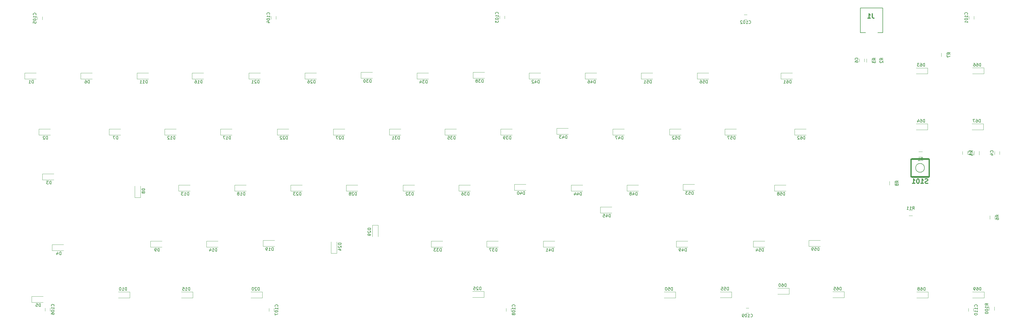
<source format=gbr>
G04 #@! TF.GenerationSoftware,KiCad,Pcbnew,(5.0.2)-1*
G04 #@! TF.CreationDate,2019-03-25T23:00:56+03:00*
G04 #@! TF.ProjectId,Mechanical Keyboard,4d656368-616e-4696-9361-6c204b657962,rev?*
G04 #@! TF.SameCoordinates,Original*
G04 #@! TF.FileFunction,Legend,Bot*
G04 #@! TF.FilePolarity,Positive*
%FSLAX46Y46*%
G04 Gerber Fmt 4.6, Leading zero omitted, Abs format (unit mm)*
G04 Created by KiCad (PCBNEW (5.0.2)-1) date 25.03.2019 23:00:56*
%MOMM*%
%LPD*%
G01*
G04 APERTURE LIST*
%ADD10C,0.120000*%
%ADD11C,0.200660*%
%ADD12C,0.381000*%
%ADD13C,0.150000*%
%ADD14C,0.304800*%
G04 APERTURE END LIST*
D10*
G04 #@! TO.C,C101*
X368405219Y-82532015D02*
X368405219Y-81532015D01*
X370105219Y-81532015D02*
X370105219Y-82532015D01*
G04 #@! TO.C,D57*
X285406000Y-121904000D02*
X285406000Y-119904000D01*
X285406000Y-119904000D02*
X289306000Y-119904000D01*
X285406000Y-121904000D02*
X289306000Y-121904000D01*
G04 #@! TO.C,D52*
X266610000Y-121904000D02*
X266610000Y-119904000D01*
X266610000Y-119904000D02*
X270510000Y-119904000D01*
X266610000Y-121904000D02*
X270510000Y-121904000D01*
G04 #@! TO.C,D43*
X228256000Y-121650000D02*
X228256000Y-119650000D01*
X228256000Y-119650000D02*
X232156000Y-119650000D01*
X228256000Y-121650000D02*
X232156000Y-121650000D01*
G04 #@! TO.C,D35*
X190282000Y-121904000D02*
X190282000Y-119904000D01*
X190282000Y-119904000D02*
X194182000Y-119904000D01*
X190282000Y-121904000D02*
X194182000Y-121904000D01*
G04 #@! TO.C,D22*
X133260000Y-121904000D02*
X133260000Y-119904000D01*
X133260000Y-119904000D02*
X137160000Y-119904000D01*
X133260000Y-121904000D02*
X137160000Y-121904000D01*
G04 #@! TO.C,D1*
X47408000Y-102854000D02*
X47408000Y-100854000D01*
X47408000Y-100854000D02*
X51308000Y-100854000D01*
X47408000Y-102854000D02*
X51308000Y-102854000D01*
G04 #@! TO.C,D2*
X52234000Y-121904000D02*
X52234000Y-119904000D01*
X52234000Y-119904000D02*
X56134000Y-119904000D01*
X52234000Y-121904000D02*
X56134000Y-121904000D01*
G04 #@! TO.C,D3*
X53460000Y-137130000D02*
X53460000Y-135130000D01*
X53460000Y-135130000D02*
X57360000Y-135130000D01*
X53460000Y-137130000D02*
X57360000Y-137130000D01*
G04 #@! TO.C,D4*
X56790000Y-161200000D02*
X56790000Y-159200000D01*
X56790000Y-159200000D02*
X60690000Y-159200000D01*
X56790000Y-161200000D02*
X60690000Y-161200000D01*
G04 #@! TO.C,D5*
X49820000Y-178800000D02*
X49820000Y-176800000D01*
X49820000Y-176800000D02*
X53720000Y-176800000D01*
X49820000Y-178800000D02*
X53720000Y-178800000D01*
G04 #@! TO.C,D6*
X66456000Y-102854000D02*
X66456000Y-100854000D01*
X66456000Y-100854000D02*
X70356000Y-100854000D01*
X66456000Y-102854000D02*
X70356000Y-102854000D01*
G04 #@! TO.C,D7*
X76110000Y-121904000D02*
X76110000Y-119904000D01*
X76110000Y-119904000D02*
X80010000Y-119904000D01*
X76110000Y-121904000D02*
X80010000Y-121904000D01*
G04 #@! TO.C,D8*
X86830000Y-143160000D02*
X84830000Y-143160000D01*
X84830000Y-143160000D02*
X84830000Y-139260000D01*
X86830000Y-143160000D02*
X86830000Y-139260000D01*
G04 #@! TO.C,D9*
X90206000Y-160004000D02*
X90206000Y-158004000D01*
X90206000Y-158004000D02*
X94106000Y-158004000D01*
X90206000Y-160004000D02*
X94106000Y-160004000D01*
G04 #@! TO.C,D10*
X83148000Y-175276000D02*
X83148000Y-177276000D01*
X83148000Y-177276000D02*
X79248000Y-177276000D01*
X83148000Y-175276000D02*
X79248000Y-175276000D01*
G04 #@! TO.C,D11*
X85634000Y-102854000D02*
X85634000Y-100854000D01*
X85634000Y-100854000D02*
X89534000Y-100854000D01*
X85634000Y-102854000D02*
X89534000Y-102854000D01*
G04 #@! TO.C,D12*
X95032000Y-121904000D02*
X95032000Y-119904000D01*
X95032000Y-119904000D02*
X98932000Y-119904000D01*
X95032000Y-121904000D02*
X98932000Y-121904000D01*
G04 #@! TO.C,D13*
X99732000Y-140954000D02*
X99732000Y-138954000D01*
X99732000Y-138954000D02*
X103632000Y-138954000D01*
X99732000Y-140954000D02*
X103632000Y-140954000D01*
G04 #@! TO.C,D14*
X109256000Y-160004000D02*
X109256000Y-158004000D01*
X109256000Y-158004000D02*
X113156000Y-158004000D01*
X109256000Y-160004000D02*
X113156000Y-160004000D01*
G04 #@! TO.C,D15*
X104612000Y-175276000D02*
X104612000Y-177276000D01*
X104612000Y-177276000D02*
X100712000Y-177276000D01*
X104612000Y-175276000D02*
X100712000Y-175276000D01*
G04 #@! TO.C,D16*
X104302000Y-102854000D02*
X104302000Y-100854000D01*
X104302000Y-100854000D02*
X108202000Y-100854000D01*
X104302000Y-102854000D02*
X108202000Y-102854000D01*
G04 #@! TO.C,D17*
X113954000Y-121904000D02*
X113954000Y-119904000D01*
X113954000Y-119904000D02*
X117854000Y-119904000D01*
X113954000Y-121904000D02*
X117854000Y-121904000D01*
G04 #@! TO.C,D18*
X118782000Y-140954000D02*
X118782000Y-138954000D01*
X118782000Y-138954000D02*
X122682000Y-138954000D01*
X118782000Y-140954000D02*
X122682000Y-140954000D01*
G04 #@! TO.C,D19*
X128434000Y-159750000D02*
X128434000Y-157750000D01*
X128434000Y-157750000D02*
X132334000Y-157750000D01*
X128434000Y-159750000D02*
X132334000Y-159750000D01*
G04 #@! TO.C,D20*
X128234000Y-175276000D02*
X128234000Y-177276000D01*
X128234000Y-177276000D02*
X124334000Y-177276000D01*
X128234000Y-175276000D02*
X124334000Y-175276000D01*
G04 #@! TO.C,D21*
X123608000Y-102854000D02*
X123608000Y-100854000D01*
X123608000Y-100854000D02*
X127508000Y-100854000D01*
X123608000Y-102854000D02*
X127508000Y-102854000D01*
G04 #@! TO.C,D23*
X137832000Y-140954000D02*
X137832000Y-138954000D01*
X137832000Y-138954000D02*
X141732000Y-138954000D01*
X137832000Y-140954000D02*
X141732000Y-140954000D01*
G04 #@! TO.C,D24*
X153560000Y-162150000D02*
X151560000Y-162150000D01*
X151560000Y-162150000D02*
X151560000Y-158250000D01*
X153560000Y-162150000D02*
X153560000Y-158250000D01*
G04 #@! TO.C,D25*
X203546000Y-175126000D02*
X203546000Y-177126000D01*
X203546000Y-177126000D02*
X199646000Y-177126000D01*
X203546000Y-175126000D02*
X199646000Y-175126000D01*
G04 #@! TO.C,D26*
X142658000Y-102854000D02*
X142658000Y-100854000D01*
X142658000Y-100854000D02*
X146558000Y-100854000D01*
X142658000Y-102854000D02*
X146558000Y-102854000D01*
G04 #@! TO.C,D27*
X152310000Y-121904000D02*
X152310000Y-119904000D01*
X152310000Y-119904000D02*
X156210000Y-119904000D01*
X152310000Y-121904000D02*
X156210000Y-121904000D01*
G04 #@! TO.C,D28*
X156754000Y-140954000D02*
X156754000Y-138954000D01*
X156754000Y-138954000D02*
X160654000Y-138954000D01*
X156754000Y-140954000D02*
X160654000Y-140954000D01*
G04 #@! TO.C,D29*
X165624000Y-152564000D02*
X167624000Y-152564000D01*
X167624000Y-152564000D02*
X167624000Y-156464000D01*
X165624000Y-152564000D02*
X165624000Y-156464000D01*
G04 #@! TO.C,D30*
X161708000Y-102600000D02*
X161708000Y-100600000D01*
X161708000Y-100600000D02*
X165608000Y-100600000D01*
X161708000Y-102600000D02*
X165608000Y-102600000D01*
G04 #@! TO.C,D31*
X171360000Y-121904000D02*
X171360000Y-119904000D01*
X171360000Y-119904000D02*
X175260000Y-119904000D01*
X171360000Y-121904000D02*
X175260000Y-121904000D01*
G04 #@! TO.C,D32*
X176058000Y-140954000D02*
X176058000Y-138954000D01*
X176058000Y-138954000D02*
X179958000Y-138954000D01*
X176058000Y-140954000D02*
X179958000Y-140954000D01*
G04 #@! TO.C,D33*
X185584000Y-160004000D02*
X185584000Y-158004000D01*
X185584000Y-158004000D02*
X189484000Y-158004000D01*
X185584000Y-160004000D02*
X189484000Y-160004000D01*
G04 #@! TO.C,D34*
X180758000Y-102854000D02*
X180758000Y-100854000D01*
X180758000Y-100854000D02*
X184658000Y-100854000D01*
X180758000Y-102854000D02*
X184658000Y-102854000D01*
G04 #@! TO.C,D36*
X194982000Y-140954000D02*
X194982000Y-138954000D01*
X194982000Y-138954000D02*
X198882000Y-138954000D01*
X194982000Y-140954000D02*
X198882000Y-140954000D01*
G04 #@! TO.C,D37*
X204506000Y-160004000D02*
X204506000Y-158004000D01*
X204506000Y-158004000D02*
X208406000Y-158004000D01*
X204506000Y-160004000D02*
X208406000Y-160004000D01*
G04 #@! TO.C,D38*
X199808000Y-102600000D02*
X199808000Y-100600000D01*
X199808000Y-100600000D02*
X203708000Y-100600000D01*
X199808000Y-102600000D02*
X203708000Y-102600000D01*
G04 #@! TO.C,D39*
X209206000Y-121904000D02*
X209206000Y-119904000D01*
X209206000Y-119904000D02*
X213106000Y-119904000D01*
X209206000Y-121904000D02*
X213106000Y-121904000D01*
G04 #@! TO.C,D40*
X213904000Y-140700000D02*
X213904000Y-138700000D01*
X213904000Y-138700000D02*
X217804000Y-138700000D01*
X213904000Y-140700000D02*
X217804000Y-140700000D01*
G04 #@! TO.C,D41*
X223684000Y-160004000D02*
X223684000Y-158004000D01*
X223684000Y-158004000D02*
X227584000Y-158004000D01*
X223684000Y-160004000D02*
X227584000Y-160004000D01*
G04 #@! TO.C,D42*
X218858000Y-102854000D02*
X218858000Y-100854000D01*
X218858000Y-100854000D02*
X222758000Y-100854000D01*
X218858000Y-102854000D02*
X222758000Y-102854000D01*
G04 #@! TO.C,D44*
X233208000Y-140954000D02*
X233208000Y-138954000D01*
X233208000Y-138954000D02*
X237108000Y-138954000D01*
X233208000Y-140954000D02*
X237108000Y-140954000D01*
G04 #@! TO.C,D45*
X243070000Y-148390000D02*
X243070000Y-146390000D01*
X243070000Y-146390000D02*
X246970000Y-146390000D01*
X243070000Y-148390000D02*
X246970000Y-148390000D01*
G04 #@! TO.C,D46*
X237908000Y-102854000D02*
X237908000Y-100854000D01*
X237908000Y-100854000D02*
X241808000Y-100854000D01*
X237908000Y-102854000D02*
X241808000Y-102854000D01*
G04 #@! TO.C,D47*
X247306000Y-121904000D02*
X247306000Y-119904000D01*
X247306000Y-119904000D02*
X251206000Y-119904000D01*
X247306000Y-121904000D02*
X251206000Y-121904000D01*
G04 #@! TO.C,D48*
X252132000Y-140954000D02*
X252132000Y-138954000D01*
X252132000Y-138954000D02*
X256032000Y-138954000D01*
X252132000Y-140954000D02*
X256032000Y-140954000D01*
G04 #@! TO.C,D49*
X268896000Y-160004000D02*
X268896000Y-158004000D01*
X268896000Y-158004000D02*
X272796000Y-158004000D01*
X268896000Y-160004000D02*
X272796000Y-160004000D01*
G04 #@! TO.C,D50*
X268696000Y-175276000D02*
X268696000Y-177276000D01*
X268696000Y-177276000D02*
X264796000Y-177276000D01*
X268696000Y-175276000D02*
X264796000Y-175276000D01*
G04 #@! TO.C,D51*
X256958000Y-102854000D02*
X256958000Y-100854000D01*
X256958000Y-100854000D02*
X260858000Y-100854000D01*
X256958000Y-102854000D02*
X260858000Y-102854000D01*
G04 #@! TO.C,D53*
X271182000Y-140700000D02*
X271182000Y-138700000D01*
X271182000Y-138700000D02*
X275082000Y-138700000D01*
X271182000Y-140700000D02*
X275082000Y-140700000D01*
G04 #@! TO.C,D54*
X295058000Y-160004000D02*
X295058000Y-158004000D01*
X295058000Y-158004000D02*
X298958000Y-158004000D01*
X295058000Y-160004000D02*
X298958000Y-160004000D01*
G04 #@! TO.C,D55*
X287720000Y-175230000D02*
X287720000Y-177230000D01*
X287720000Y-177230000D02*
X283820000Y-177230000D01*
X287720000Y-175230000D02*
X283820000Y-175230000D01*
G04 #@! TO.C,D56*
X276008000Y-102854000D02*
X276008000Y-100854000D01*
X276008000Y-100854000D02*
X279908000Y-100854000D01*
X276008000Y-102854000D02*
X279908000Y-102854000D01*
G04 #@! TO.C,D58*
X302296000Y-140954000D02*
X302296000Y-138954000D01*
X302296000Y-138954000D02*
X306196000Y-138954000D01*
X302296000Y-140954000D02*
X306196000Y-140954000D01*
G04 #@! TO.C,D59*
X313980000Y-159750000D02*
X313980000Y-157750000D01*
X313980000Y-157750000D02*
X317880000Y-157750000D01*
X313980000Y-159750000D02*
X317880000Y-159750000D01*
G04 #@! TO.C,D60*
X307304000Y-174006000D02*
X307304000Y-176006000D01*
X307304000Y-176006000D02*
X303404000Y-176006000D01*
X307304000Y-174006000D02*
X303404000Y-174006000D01*
G04 #@! TO.C,D61*
X304456000Y-102854000D02*
X304456000Y-100854000D01*
X304456000Y-100854000D02*
X308356000Y-100854000D01*
X304456000Y-102854000D02*
X308356000Y-102854000D01*
G04 #@! TO.C,D62*
X309154000Y-121904000D02*
X309154000Y-119904000D01*
X309154000Y-119904000D02*
X313054000Y-119904000D01*
X309154000Y-121904000D02*
X313054000Y-121904000D01*
G04 #@! TO.C,D63*
X354400000Y-99110000D02*
X354400000Y-101110000D01*
X354400000Y-101110000D02*
X350500000Y-101110000D01*
X354400000Y-99110000D02*
X350500000Y-99110000D01*
G04 #@! TO.C,D64*
X354400000Y-118120000D02*
X354400000Y-120120000D01*
X354400000Y-120120000D02*
X350500000Y-120120000D01*
X354400000Y-118120000D02*
X350500000Y-118120000D01*
G04 #@! TO.C,D65*
X326000000Y-175190000D02*
X326000000Y-177190000D01*
X326000000Y-177190000D02*
X322100000Y-177190000D01*
X326000000Y-175190000D02*
X322100000Y-175190000D01*
G04 #@! TO.C,D66*
X373470000Y-99080000D02*
X373470000Y-101080000D01*
X373470000Y-101080000D02*
X369570000Y-101080000D01*
X373470000Y-99080000D02*
X369570000Y-99080000D01*
G04 #@! TO.C,D67*
X373330000Y-118150000D02*
X373330000Y-120150000D01*
X373330000Y-120150000D02*
X369430000Y-120150000D01*
X373330000Y-118150000D02*
X369430000Y-118150000D01*
G04 #@! TO.C,D68*
X354510000Y-175280000D02*
X354510000Y-177280000D01*
X354510000Y-177280000D02*
X350610000Y-177280000D01*
X354510000Y-175280000D02*
X350610000Y-175280000D01*
G04 #@! TO.C,D69*
X373540000Y-175250000D02*
X373540000Y-177250000D01*
X373540000Y-177250000D02*
X369640000Y-177250000D01*
X373540000Y-175250000D02*
X369640000Y-175250000D01*
D11*
G04 #@! TO.C,J1*
X337439000Y-87122000D02*
X339090000Y-87122000D01*
X339090000Y-87122000D02*
X339090000Y-78740000D01*
X339090000Y-78740000D02*
X331470000Y-78740000D01*
X331470000Y-78740000D02*
X331470000Y-87122000D01*
X331470000Y-87122000D02*
X333248000Y-87122000D01*
G04 #@! TO.C,S101*
X353291140Y-133096000D02*
G75*
G03X353291140Y-133096000I-1501140J0D01*
G01*
D12*
X348990920Y-129997200D02*
X354589080Y-129997200D01*
X348990920Y-136194800D02*
X354589080Y-136194800D01*
X348691200Y-136095740D02*
X354888800Y-136095740D01*
X354888800Y-136095740D02*
X354888800Y-130096260D01*
X354888800Y-130096260D02*
X348691200Y-130096260D01*
X348691200Y-130096260D02*
X348691200Y-136095740D01*
D10*
G04 #@! TO.C,C1*
X367880000Y-127536000D02*
X367880000Y-128536000D01*
X366180000Y-128536000D02*
X366180000Y-127536000D01*
G04 #@! TO.C,C4*
X377102000Y-128496000D02*
X377102000Y-127496000D01*
X378802000Y-127496000D02*
X378802000Y-128496000D01*
G04 #@! TO.C,C6*
X331128000Y-97000000D02*
X331128000Y-96000000D01*
X332828000Y-96000000D02*
X332828000Y-97000000D01*
G04 #@! TO.C,C102*
X292985457Y-82687024D02*
X291985457Y-82687024D01*
X291985457Y-80987024D02*
X292985457Y-80987024D01*
G04 #@! TO.C,C103*
X208901411Y-82416023D02*
X208901411Y-81416023D01*
X210601411Y-81416023D02*
X210601411Y-82416023D01*
G04 #@! TO.C,C104*
X131187258Y-82564742D02*
X131187258Y-81564742D01*
X132887258Y-81564742D02*
X132887258Y-82564742D01*
G04 #@! TO.C,C105*
X51789065Y-82708126D02*
X51789065Y-81708126D01*
X53489065Y-81708126D02*
X53489065Y-82708126D01*
G04 #@! TO.C,C106*
X56114689Y-180738132D02*
X56114689Y-181738132D01*
X54414689Y-181738132D02*
X54414689Y-180738132D01*
G04 #@! TO.C,C107*
X132168000Y-180856000D02*
X132168000Y-181856000D01*
X130468000Y-181856000D02*
X130468000Y-180856000D01*
G04 #@! TO.C,C108*
X212770000Y-180846000D02*
X212770000Y-181846000D01*
X211070000Y-181846000D02*
X211070000Y-180846000D01*
G04 #@! TO.C,C109*
X293596000Y-182460000D02*
X292596000Y-182460000D01*
X292596000Y-180760000D02*
X293596000Y-180760000D01*
G04 #@! TO.C,C110*
X369912000Y-180856000D02*
X369912000Y-181856000D01*
X368212000Y-181856000D02*
X368212000Y-180856000D01*
G04 #@! TO.C,R1*
X352546200Y-127593200D02*
X351346200Y-127593200D01*
X351346200Y-129353200D02*
X352546200Y-129353200D01*
G04 #@! TO.C,R2*
X336178000Y-96000000D02*
X336178000Y-97200000D01*
X337938000Y-97200000D02*
X337938000Y-96000000D01*
G04 #@! TO.C,R3*
X333638000Y-96000000D02*
X333638000Y-97200000D01*
X335398000Y-97200000D02*
X335398000Y-96000000D01*
G04 #@! TO.C,R5*
X371910500Y-128663000D02*
X371910500Y-127463000D01*
X370150500Y-127463000D02*
X370150500Y-128663000D01*
G04 #@! TO.C,R6*
X375484500Y-149340000D02*
X375484500Y-150540000D01*
X377244500Y-150540000D02*
X377244500Y-149340000D01*
G04 #@! TO.C,R7*
X359038000Y-94062000D02*
X359038000Y-95262000D01*
X360798000Y-95262000D02*
X360798000Y-94062000D01*
G04 #@! TO.C,R8*
X341385000Y-137703000D02*
X341385000Y-138903000D01*
X343145000Y-138903000D02*
X343145000Y-137703000D01*
G04 #@! TO.C,R11*
X349168000Y-147608400D02*
X347968000Y-147608400D01*
X347968000Y-149368400D02*
X349168000Y-149368400D01*
G04 #@! TO.C,R100*
X377054000Y-181528000D02*
X377054000Y-180328000D01*
X375294000Y-180328000D02*
X375294000Y-181528000D01*
G04 #@! TO.C,C101*
D13*
X367862361Y-80912967D02*
X367909980Y-80865348D01*
X367957599Y-80722491D01*
X367957599Y-80627253D01*
X367909980Y-80484395D01*
X367814742Y-80389157D01*
X367719504Y-80341538D01*
X367529028Y-80293919D01*
X367386171Y-80293919D01*
X367195695Y-80341538D01*
X367100457Y-80389157D01*
X367005219Y-80484395D01*
X366957599Y-80627253D01*
X366957599Y-80722491D01*
X367005219Y-80865348D01*
X367052838Y-80912967D01*
X367957599Y-81865348D02*
X367957599Y-81293919D01*
X367957599Y-81579634D02*
X366957599Y-81579634D01*
X367100457Y-81484395D01*
X367195695Y-81389157D01*
X367243314Y-81293919D01*
X366957599Y-82484395D02*
X366957599Y-82579634D01*
X367005219Y-82674872D01*
X367052838Y-82722491D01*
X367148076Y-82770110D01*
X367338552Y-82817729D01*
X367576647Y-82817729D01*
X367767123Y-82770110D01*
X367862361Y-82722491D01*
X367909980Y-82674872D01*
X367957599Y-82579634D01*
X367957599Y-82484395D01*
X367909980Y-82389157D01*
X367862361Y-82341538D01*
X367767123Y-82293919D01*
X367576647Y-82246300D01*
X367338552Y-82246300D01*
X367148076Y-82293919D01*
X367052838Y-82341538D01*
X367005219Y-82389157D01*
X366957599Y-82484395D01*
X367957599Y-83770110D02*
X367957599Y-83198681D01*
X367957599Y-83484395D02*
X366957599Y-83484395D01*
X367100457Y-83389157D01*
X367195695Y-83293919D01*
X367243314Y-83198681D01*
G04 #@! TO.C,D57*
X288870285Y-123356380D02*
X288870285Y-122356380D01*
X288632190Y-122356380D01*
X288489333Y-122404000D01*
X288394095Y-122499238D01*
X288346476Y-122594476D01*
X288298857Y-122784952D01*
X288298857Y-122927809D01*
X288346476Y-123118285D01*
X288394095Y-123213523D01*
X288489333Y-123308761D01*
X288632190Y-123356380D01*
X288870285Y-123356380D01*
X287394095Y-122356380D02*
X287870285Y-122356380D01*
X287917904Y-122832571D01*
X287870285Y-122784952D01*
X287775047Y-122737333D01*
X287536952Y-122737333D01*
X287441714Y-122784952D01*
X287394095Y-122832571D01*
X287346476Y-122927809D01*
X287346476Y-123165904D01*
X287394095Y-123261142D01*
X287441714Y-123308761D01*
X287536952Y-123356380D01*
X287775047Y-123356380D01*
X287870285Y-123308761D01*
X287917904Y-123261142D01*
X287013142Y-122356380D02*
X286346476Y-122356380D01*
X286775047Y-123356380D01*
G04 #@! TO.C,D52*
X270074285Y-123356380D02*
X270074285Y-122356380D01*
X269836190Y-122356380D01*
X269693333Y-122404000D01*
X269598095Y-122499238D01*
X269550476Y-122594476D01*
X269502857Y-122784952D01*
X269502857Y-122927809D01*
X269550476Y-123118285D01*
X269598095Y-123213523D01*
X269693333Y-123308761D01*
X269836190Y-123356380D01*
X270074285Y-123356380D01*
X268598095Y-122356380D02*
X269074285Y-122356380D01*
X269121904Y-122832571D01*
X269074285Y-122784952D01*
X268979047Y-122737333D01*
X268740952Y-122737333D01*
X268645714Y-122784952D01*
X268598095Y-122832571D01*
X268550476Y-122927809D01*
X268550476Y-123165904D01*
X268598095Y-123261142D01*
X268645714Y-123308761D01*
X268740952Y-123356380D01*
X268979047Y-123356380D01*
X269074285Y-123308761D01*
X269121904Y-123261142D01*
X268169523Y-122451619D02*
X268121904Y-122404000D01*
X268026666Y-122356380D01*
X267788571Y-122356380D01*
X267693333Y-122404000D01*
X267645714Y-122451619D01*
X267598095Y-122546857D01*
X267598095Y-122642095D01*
X267645714Y-122784952D01*
X268217142Y-123356380D01*
X267598095Y-123356380D01*
G04 #@! TO.C,D43*
X231720285Y-123102380D02*
X231720285Y-122102380D01*
X231482190Y-122102380D01*
X231339333Y-122150000D01*
X231244095Y-122245238D01*
X231196476Y-122340476D01*
X231148857Y-122530952D01*
X231148857Y-122673809D01*
X231196476Y-122864285D01*
X231244095Y-122959523D01*
X231339333Y-123054761D01*
X231482190Y-123102380D01*
X231720285Y-123102380D01*
X230291714Y-122435714D02*
X230291714Y-123102380D01*
X230529809Y-122054761D02*
X230767904Y-122769047D01*
X230148857Y-122769047D01*
X229863142Y-122102380D02*
X229244095Y-122102380D01*
X229577428Y-122483333D01*
X229434571Y-122483333D01*
X229339333Y-122530952D01*
X229291714Y-122578571D01*
X229244095Y-122673809D01*
X229244095Y-122911904D01*
X229291714Y-123007142D01*
X229339333Y-123054761D01*
X229434571Y-123102380D01*
X229720285Y-123102380D01*
X229815523Y-123054761D01*
X229863142Y-123007142D01*
G04 #@! TO.C,D35*
X193746285Y-123356380D02*
X193746285Y-122356380D01*
X193508190Y-122356380D01*
X193365333Y-122404000D01*
X193270095Y-122499238D01*
X193222476Y-122594476D01*
X193174857Y-122784952D01*
X193174857Y-122927809D01*
X193222476Y-123118285D01*
X193270095Y-123213523D01*
X193365333Y-123308761D01*
X193508190Y-123356380D01*
X193746285Y-123356380D01*
X192841523Y-122356380D02*
X192222476Y-122356380D01*
X192555809Y-122737333D01*
X192412952Y-122737333D01*
X192317714Y-122784952D01*
X192270095Y-122832571D01*
X192222476Y-122927809D01*
X192222476Y-123165904D01*
X192270095Y-123261142D01*
X192317714Y-123308761D01*
X192412952Y-123356380D01*
X192698666Y-123356380D01*
X192793904Y-123308761D01*
X192841523Y-123261142D01*
X191317714Y-122356380D02*
X191793904Y-122356380D01*
X191841523Y-122832571D01*
X191793904Y-122784952D01*
X191698666Y-122737333D01*
X191460571Y-122737333D01*
X191365333Y-122784952D01*
X191317714Y-122832571D01*
X191270095Y-122927809D01*
X191270095Y-123165904D01*
X191317714Y-123261142D01*
X191365333Y-123308761D01*
X191460571Y-123356380D01*
X191698666Y-123356380D01*
X191793904Y-123308761D01*
X191841523Y-123261142D01*
G04 #@! TO.C,D22*
X136724285Y-123356380D02*
X136724285Y-122356380D01*
X136486190Y-122356380D01*
X136343333Y-122404000D01*
X136248095Y-122499238D01*
X136200476Y-122594476D01*
X136152857Y-122784952D01*
X136152857Y-122927809D01*
X136200476Y-123118285D01*
X136248095Y-123213523D01*
X136343333Y-123308761D01*
X136486190Y-123356380D01*
X136724285Y-123356380D01*
X135771904Y-122451619D02*
X135724285Y-122404000D01*
X135629047Y-122356380D01*
X135390952Y-122356380D01*
X135295714Y-122404000D01*
X135248095Y-122451619D01*
X135200476Y-122546857D01*
X135200476Y-122642095D01*
X135248095Y-122784952D01*
X135819523Y-123356380D01*
X135200476Y-123356380D01*
X134819523Y-122451619D02*
X134771904Y-122404000D01*
X134676666Y-122356380D01*
X134438571Y-122356380D01*
X134343333Y-122404000D01*
X134295714Y-122451619D01*
X134248095Y-122546857D01*
X134248095Y-122642095D01*
X134295714Y-122784952D01*
X134867142Y-123356380D01*
X134248095Y-123356380D01*
G04 #@! TO.C,D1*
X50396095Y-104306380D02*
X50396095Y-103306380D01*
X50158000Y-103306380D01*
X50015142Y-103354000D01*
X49919904Y-103449238D01*
X49872285Y-103544476D01*
X49824666Y-103734952D01*
X49824666Y-103877809D01*
X49872285Y-104068285D01*
X49919904Y-104163523D01*
X50015142Y-104258761D01*
X50158000Y-104306380D01*
X50396095Y-104306380D01*
X48872285Y-104306380D02*
X49443714Y-104306380D01*
X49158000Y-104306380D02*
X49158000Y-103306380D01*
X49253238Y-103449238D01*
X49348476Y-103544476D01*
X49443714Y-103592095D01*
G04 #@! TO.C,D2*
X55222095Y-123356380D02*
X55222095Y-122356380D01*
X54984000Y-122356380D01*
X54841142Y-122404000D01*
X54745904Y-122499238D01*
X54698285Y-122594476D01*
X54650666Y-122784952D01*
X54650666Y-122927809D01*
X54698285Y-123118285D01*
X54745904Y-123213523D01*
X54841142Y-123308761D01*
X54984000Y-123356380D01*
X55222095Y-123356380D01*
X54269714Y-122451619D02*
X54222095Y-122404000D01*
X54126857Y-122356380D01*
X53888761Y-122356380D01*
X53793523Y-122404000D01*
X53745904Y-122451619D01*
X53698285Y-122546857D01*
X53698285Y-122642095D01*
X53745904Y-122784952D01*
X54317333Y-123356380D01*
X53698285Y-123356380D01*
G04 #@! TO.C,D3*
X56448095Y-138582380D02*
X56448095Y-137582380D01*
X56210000Y-137582380D01*
X56067142Y-137630000D01*
X55971904Y-137725238D01*
X55924285Y-137820476D01*
X55876666Y-138010952D01*
X55876666Y-138153809D01*
X55924285Y-138344285D01*
X55971904Y-138439523D01*
X56067142Y-138534761D01*
X56210000Y-138582380D01*
X56448095Y-138582380D01*
X55543333Y-137582380D02*
X54924285Y-137582380D01*
X55257619Y-137963333D01*
X55114761Y-137963333D01*
X55019523Y-138010952D01*
X54971904Y-138058571D01*
X54924285Y-138153809D01*
X54924285Y-138391904D01*
X54971904Y-138487142D01*
X55019523Y-138534761D01*
X55114761Y-138582380D01*
X55400476Y-138582380D01*
X55495714Y-138534761D01*
X55543333Y-138487142D01*
G04 #@! TO.C,D4*
X59778095Y-162652380D02*
X59778095Y-161652380D01*
X59540000Y-161652380D01*
X59397142Y-161700000D01*
X59301904Y-161795238D01*
X59254285Y-161890476D01*
X59206666Y-162080952D01*
X59206666Y-162223809D01*
X59254285Y-162414285D01*
X59301904Y-162509523D01*
X59397142Y-162604761D01*
X59540000Y-162652380D01*
X59778095Y-162652380D01*
X58349523Y-161985714D02*
X58349523Y-162652380D01*
X58587619Y-161604761D02*
X58825714Y-162319047D01*
X58206666Y-162319047D01*
G04 #@! TO.C,D5*
X52808095Y-180252380D02*
X52808095Y-179252380D01*
X52570000Y-179252380D01*
X52427142Y-179300000D01*
X52331904Y-179395238D01*
X52284285Y-179490476D01*
X52236666Y-179680952D01*
X52236666Y-179823809D01*
X52284285Y-180014285D01*
X52331904Y-180109523D01*
X52427142Y-180204761D01*
X52570000Y-180252380D01*
X52808095Y-180252380D01*
X51331904Y-179252380D02*
X51808095Y-179252380D01*
X51855714Y-179728571D01*
X51808095Y-179680952D01*
X51712857Y-179633333D01*
X51474761Y-179633333D01*
X51379523Y-179680952D01*
X51331904Y-179728571D01*
X51284285Y-179823809D01*
X51284285Y-180061904D01*
X51331904Y-180157142D01*
X51379523Y-180204761D01*
X51474761Y-180252380D01*
X51712857Y-180252380D01*
X51808095Y-180204761D01*
X51855714Y-180157142D01*
G04 #@! TO.C,D6*
X69444095Y-104306380D02*
X69444095Y-103306380D01*
X69206000Y-103306380D01*
X69063142Y-103354000D01*
X68967904Y-103449238D01*
X68920285Y-103544476D01*
X68872666Y-103734952D01*
X68872666Y-103877809D01*
X68920285Y-104068285D01*
X68967904Y-104163523D01*
X69063142Y-104258761D01*
X69206000Y-104306380D01*
X69444095Y-104306380D01*
X68015523Y-103306380D02*
X68206000Y-103306380D01*
X68301238Y-103354000D01*
X68348857Y-103401619D01*
X68444095Y-103544476D01*
X68491714Y-103734952D01*
X68491714Y-104115904D01*
X68444095Y-104211142D01*
X68396476Y-104258761D01*
X68301238Y-104306380D01*
X68110761Y-104306380D01*
X68015523Y-104258761D01*
X67967904Y-104211142D01*
X67920285Y-104115904D01*
X67920285Y-103877809D01*
X67967904Y-103782571D01*
X68015523Y-103734952D01*
X68110761Y-103687333D01*
X68301238Y-103687333D01*
X68396476Y-103734952D01*
X68444095Y-103782571D01*
X68491714Y-103877809D01*
G04 #@! TO.C,D7*
X79098095Y-123356380D02*
X79098095Y-122356380D01*
X78860000Y-122356380D01*
X78717142Y-122404000D01*
X78621904Y-122499238D01*
X78574285Y-122594476D01*
X78526666Y-122784952D01*
X78526666Y-122927809D01*
X78574285Y-123118285D01*
X78621904Y-123213523D01*
X78717142Y-123308761D01*
X78860000Y-123356380D01*
X79098095Y-123356380D01*
X78193333Y-122356380D02*
X77526666Y-122356380D01*
X77955238Y-123356380D01*
G04 #@! TO.C,D8*
X88282380Y-140171904D02*
X87282380Y-140171904D01*
X87282380Y-140410000D01*
X87330000Y-140552857D01*
X87425238Y-140648095D01*
X87520476Y-140695714D01*
X87710952Y-140743333D01*
X87853809Y-140743333D01*
X88044285Y-140695714D01*
X88139523Y-140648095D01*
X88234761Y-140552857D01*
X88282380Y-140410000D01*
X88282380Y-140171904D01*
X87710952Y-141314761D02*
X87663333Y-141219523D01*
X87615714Y-141171904D01*
X87520476Y-141124285D01*
X87472857Y-141124285D01*
X87377619Y-141171904D01*
X87330000Y-141219523D01*
X87282380Y-141314761D01*
X87282380Y-141505238D01*
X87330000Y-141600476D01*
X87377619Y-141648095D01*
X87472857Y-141695714D01*
X87520476Y-141695714D01*
X87615714Y-141648095D01*
X87663333Y-141600476D01*
X87710952Y-141505238D01*
X87710952Y-141314761D01*
X87758571Y-141219523D01*
X87806190Y-141171904D01*
X87901428Y-141124285D01*
X88091904Y-141124285D01*
X88187142Y-141171904D01*
X88234761Y-141219523D01*
X88282380Y-141314761D01*
X88282380Y-141505238D01*
X88234761Y-141600476D01*
X88187142Y-141648095D01*
X88091904Y-141695714D01*
X87901428Y-141695714D01*
X87806190Y-141648095D01*
X87758571Y-141600476D01*
X87710952Y-141505238D01*
G04 #@! TO.C,D9*
X93194095Y-161456380D02*
X93194095Y-160456380D01*
X92956000Y-160456380D01*
X92813142Y-160504000D01*
X92717904Y-160599238D01*
X92670285Y-160694476D01*
X92622666Y-160884952D01*
X92622666Y-161027809D01*
X92670285Y-161218285D01*
X92717904Y-161313523D01*
X92813142Y-161408761D01*
X92956000Y-161456380D01*
X93194095Y-161456380D01*
X92146476Y-161456380D02*
X91956000Y-161456380D01*
X91860761Y-161408761D01*
X91813142Y-161361142D01*
X91717904Y-161218285D01*
X91670285Y-161027809D01*
X91670285Y-160646857D01*
X91717904Y-160551619D01*
X91765523Y-160504000D01*
X91860761Y-160456380D01*
X92051238Y-160456380D01*
X92146476Y-160504000D01*
X92194095Y-160551619D01*
X92241714Y-160646857D01*
X92241714Y-160884952D01*
X92194095Y-160980190D01*
X92146476Y-161027809D01*
X92051238Y-161075428D01*
X91860761Y-161075428D01*
X91765523Y-161027809D01*
X91717904Y-160980190D01*
X91670285Y-160884952D01*
G04 #@! TO.C,D10*
X82112285Y-174728380D02*
X82112285Y-173728380D01*
X81874190Y-173728380D01*
X81731333Y-173776000D01*
X81636095Y-173871238D01*
X81588476Y-173966476D01*
X81540857Y-174156952D01*
X81540857Y-174299809D01*
X81588476Y-174490285D01*
X81636095Y-174585523D01*
X81731333Y-174680761D01*
X81874190Y-174728380D01*
X82112285Y-174728380D01*
X80588476Y-174728380D02*
X81159904Y-174728380D01*
X80874190Y-174728380D02*
X80874190Y-173728380D01*
X80969428Y-173871238D01*
X81064666Y-173966476D01*
X81159904Y-174014095D01*
X79969428Y-173728380D02*
X79874190Y-173728380D01*
X79778952Y-173776000D01*
X79731333Y-173823619D01*
X79683714Y-173918857D01*
X79636095Y-174109333D01*
X79636095Y-174347428D01*
X79683714Y-174537904D01*
X79731333Y-174633142D01*
X79778952Y-174680761D01*
X79874190Y-174728380D01*
X79969428Y-174728380D01*
X80064666Y-174680761D01*
X80112285Y-174633142D01*
X80159904Y-174537904D01*
X80207523Y-174347428D01*
X80207523Y-174109333D01*
X80159904Y-173918857D01*
X80112285Y-173823619D01*
X80064666Y-173776000D01*
X79969428Y-173728380D01*
G04 #@! TO.C,D11*
X89098285Y-104306380D02*
X89098285Y-103306380D01*
X88860190Y-103306380D01*
X88717333Y-103354000D01*
X88622095Y-103449238D01*
X88574476Y-103544476D01*
X88526857Y-103734952D01*
X88526857Y-103877809D01*
X88574476Y-104068285D01*
X88622095Y-104163523D01*
X88717333Y-104258761D01*
X88860190Y-104306380D01*
X89098285Y-104306380D01*
X87574476Y-104306380D02*
X88145904Y-104306380D01*
X87860190Y-104306380D02*
X87860190Y-103306380D01*
X87955428Y-103449238D01*
X88050666Y-103544476D01*
X88145904Y-103592095D01*
X86622095Y-104306380D02*
X87193523Y-104306380D01*
X86907809Y-104306380D02*
X86907809Y-103306380D01*
X87003047Y-103449238D01*
X87098285Y-103544476D01*
X87193523Y-103592095D01*
G04 #@! TO.C,D12*
X98496285Y-123356380D02*
X98496285Y-122356380D01*
X98258190Y-122356380D01*
X98115333Y-122404000D01*
X98020095Y-122499238D01*
X97972476Y-122594476D01*
X97924857Y-122784952D01*
X97924857Y-122927809D01*
X97972476Y-123118285D01*
X98020095Y-123213523D01*
X98115333Y-123308761D01*
X98258190Y-123356380D01*
X98496285Y-123356380D01*
X96972476Y-123356380D02*
X97543904Y-123356380D01*
X97258190Y-123356380D02*
X97258190Y-122356380D01*
X97353428Y-122499238D01*
X97448666Y-122594476D01*
X97543904Y-122642095D01*
X96591523Y-122451619D02*
X96543904Y-122404000D01*
X96448666Y-122356380D01*
X96210571Y-122356380D01*
X96115333Y-122404000D01*
X96067714Y-122451619D01*
X96020095Y-122546857D01*
X96020095Y-122642095D01*
X96067714Y-122784952D01*
X96639142Y-123356380D01*
X96020095Y-123356380D01*
G04 #@! TO.C,D13*
X103196285Y-142406380D02*
X103196285Y-141406380D01*
X102958190Y-141406380D01*
X102815333Y-141454000D01*
X102720095Y-141549238D01*
X102672476Y-141644476D01*
X102624857Y-141834952D01*
X102624857Y-141977809D01*
X102672476Y-142168285D01*
X102720095Y-142263523D01*
X102815333Y-142358761D01*
X102958190Y-142406380D01*
X103196285Y-142406380D01*
X101672476Y-142406380D02*
X102243904Y-142406380D01*
X101958190Y-142406380D02*
X101958190Y-141406380D01*
X102053428Y-141549238D01*
X102148666Y-141644476D01*
X102243904Y-141692095D01*
X101339142Y-141406380D02*
X100720095Y-141406380D01*
X101053428Y-141787333D01*
X100910571Y-141787333D01*
X100815333Y-141834952D01*
X100767714Y-141882571D01*
X100720095Y-141977809D01*
X100720095Y-142215904D01*
X100767714Y-142311142D01*
X100815333Y-142358761D01*
X100910571Y-142406380D01*
X101196285Y-142406380D01*
X101291523Y-142358761D01*
X101339142Y-142311142D01*
G04 #@! TO.C,D14*
X112720285Y-161456380D02*
X112720285Y-160456380D01*
X112482190Y-160456380D01*
X112339333Y-160504000D01*
X112244095Y-160599238D01*
X112196476Y-160694476D01*
X112148857Y-160884952D01*
X112148857Y-161027809D01*
X112196476Y-161218285D01*
X112244095Y-161313523D01*
X112339333Y-161408761D01*
X112482190Y-161456380D01*
X112720285Y-161456380D01*
X111196476Y-161456380D02*
X111767904Y-161456380D01*
X111482190Y-161456380D02*
X111482190Y-160456380D01*
X111577428Y-160599238D01*
X111672666Y-160694476D01*
X111767904Y-160742095D01*
X110339333Y-160789714D02*
X110339333Y-161456380D01*
X110577428Y-160408761D02*
X110815523Y-161123047D01*
X110196476Y-161123047D01*
G04 #@! TO.C,D15*
X103576285Y-174728380D02*
X103576285Y-173728380D01*
X103338190Y-173728380D01*
X103195333Y-173776000D01*
X103100095Y-173871238D01*
X103052476Y-173966476D01*
X103004857Y-174156952D01*
X103004857Y-174299809D01*
X103052476Y-174490285D01*
X103100095Y-174585523D01*
X103195333Y-174680761D01*
X103338190Y-174728380D01*
X103576285Y-174728380D01*
X102052476Y-174728380D02*
X102623904Y-174728380D01*
X102338190Y-174728380D02*
X102338190Y-173728380D01*
X102433428Y-173871238D01*
X102528666Y-173966476D01*
X102623904Y-174014095D01*
X101147714Y-173728380D02*
X101623904Y-173728380D01*
X101671523Y-174204571D01*
X101623904Y-174156952D01*
X101528666Y-174109333D01*
X101290571Y-174109333D01*
X101195333Y-174156952D01*
X101147714Y-174204571D01*
X101100095Y-174299809D01*
X101100095Y-174537904D01*
X101147714Y-174633142D01*
X101195333Y-174680761D01*
X101290571Y-174728380D01*
X101528666Y-174728380D01*
X101623904Y-174680761D01*
X101671523Y-174633142D01*
G04 #@! TO.C,D16*
X107766285Y-104306380D02*
X107766285Y-103306380D01*
X107528190Y-103306380D01*
X107385333Y-103354000D01*
X107290095Y-103449238D01*
X107242476Y-103544476D01*
X107194857Y-103734952D01*
X107194857Y-103877809D01*
X107242476Y-104068285D01*
X107290095Y-104163523D01*
X107385333Y-104258761D01*
X107528190Y-104306380D01*
X107766285Y-104306380D01*
X106242476Y-104306380D02*
X106813904Y-104306380D01*
X106528190Y-104306380D02*
X106528190Y-103306380D01*
X106623428Y-103449238D01*
X106718666Y-103544476D01*
X106813904Y-103592095D01*
X105385333Y-103306380D02*
X105575809Y-103306380D01*
X105671047Y-103354000D01*
X105718666Y-103401619D01*
X105813904Y-103544476D01*
X105861523Y-103734952D01*
X105861523Y-104115904D01*
X105813904Y-104211142D01*
X105766285Y-104258761D01*
X105671047Y-104306380D01*
X105480571Y-104306380D01*
X105385333Y-104258761D01*
X105337714Y-104211142D01*
X105290095Y-104115904D01*
X105290095Y-103877809D01*
X105337714Y-103782571D01*
X105385333Y-103734952D01*
X105480571Y-103687333D01*
X105671047Y-103687333D01*
X105766285Y-103734952D01*
X105813904Y-103782571D01*
X105861523Y-103877809D01*
G04 #@! TO.C,D17*
X117418285Y-123356380D02*
X117418285Y-122356380D01*
X117180190Y-122356380D01*
X117037333Y-122404000D01*
X116942095Y-122499238D01*
X116894476Y-122594476D01*
X116846857Y-122784952D01*
X116846857Y-122927809D01*
X116894476Y-123118285D01*
X116942095Y-123213523D01*
X117037333Y-123308761D01*
X117180190Y-123356380D01*
X117418285Y-123356380D01*
X115894476Y-123356380D02*
X116465904Y-123356380D01*
X116180190Y-123356380D02*
X116180190Y-122356380D01*
X116275428Y-122499238D01*
X116370666Y-122594476D01*
X116465904Y-122642095D01*
X115561142Y-122356380D02*
X114894476Y-122356380D01*
X115323047Y-123356380D01*
G04 #@! TO.C,D18*
X122246285Y-142406380D02*
X122246285Y-141406380D01*
X122008190Y-141406380D01*
X121865333Y-141454000D01*
X121770095Y-141549238D01*
X121722476Y-141644476D01*
X121674857Y-141834952D01*
X121674857Y-141977809D01*
X121722476Y-142168285D01*
X121770095Y-142263523D01*
X121865333Y-142358761D01*
X122008190Y-142406380D01*
X122246285Y-142406380D01*
X120722476Y-142406380D02*
X121293904Y-142406380D01*
X121008190Y-142406380D02*
X121008190Y-141406380D01*
X121103428Y-141549238D01*
X121198666Y-141644476D01*
X121293904Y-141692095D01*
X120151047Y-141834952D02*
X120246285Y-141787333D01*
X120293904Y-141739714D01*
X120341523Y-141644476D01*
X120341523Y-141596857D01*
X120293904Y-141501619D01*
X120246285Y-141454000D01*
X120151047Y-141406380D01*
X119960571Y-141406380D01*
X119865333Y-141454000D01*
X119817714Y-141501619D01*
X119770095Y-141596857D01*
X119770095Y-141644476D01*
X119817714Y-141739714D01*
X119865333Y-141787333D01*
X119960571Y-141834952D01*
X120151047Y-141834952D01*
X120246285Y-141882571D01*
X120293904Y-141930190D01*
X120341523Y-142025428D01*
X120341523Y-142215904D01*
X120293904Y-142311142D01*
X120246285Y-142358761D01*
X120151047Y-142406380D01*
X119960571Y-142406380D01*
X119865333Y-142358761D01*
X119817714Y-142311142D01*
X119770095Y-142215904D01*
X119770095Y-142025428D01*
X119817714Y-141930190D01*
X119865333Y-141882571D01*
X119960571Y-141834952D01*
G04 #@! TO.C,D19*
X131898285Y-161202380D02*
X131898285Y-160202380D01*
X131660190Y-160202380D01*
X131517333Y-160250000D01*
X131422095Y-160345238D01*
X131374476Y-160440476D01*
X131326857Y-160630952D01*
X131326857Y-160773809D01*
X131374476Y-160964285D01*
X131422095Y-161059523D01*
X131517333Y-161154761D01*
X131660190Y-161202380D01*
X131898285Y-161202380D01*
X130374476Y-161202380D02*
X130945904Y-161202380D01*
X130660190Y-161202380D02*
X130660190Y-160202380D01*
X130755428Y-160345238D01*
X130850666Y-160440476D01*
X130945904Y-160488095D01*
X129898285Y-161202380D02*
X129707809Y-161202380D01*
X129612571Y-161154761D01*
X129564952Y-161107142D01*
X129469714Y-160964285D01*
X129422095Y-160773809D01*
X129422095Y-160392857D01*
X129469714Y-160297619D01*
X129517333Y-160250000D01*
X129612571Y-160202380D01*
X129803047Y-160202380D01*
X129898285Y-160250000D01*
X129945904Y-160297619D01*
X129993523Y-160392857D01*
X129993523Y-160630952D01*
X129945904Y-160726190D01*
X129898285Y-160773809D01*
X129803047Y-160821428D01*
X129612571Y-160821428D01*
X129517333Y-160773809D01*
X129469714Y-160726190D01*
X129422095Y-160630952D01*
G04 #@! TO.C,D20*
X127198285Y-174728380D02*
X127198285Y-173728380D01*
X126960190Y-173728380D01*
X126817333Y-173776000D01*
X126722095Y-173871238D01*
X126674476Y-173966476D01*
X126626857Y-174156952D01*
X126626857Y-174299809D01*
X126674476Y-174490285D01*
X126722095Y-174585523D01*
X126817333Y-174680761D01*
X126960190Y-174728380D01*
X127198285Y-174728380D01*
X126245904Y-173823619D02*
X126198285Y-173776000D01*
X126103047Y-173728380D01*
X125864952Y-173728380D01*
X125769714Y-173776000D01*
X125722095Y-173823619D01*
X125674476Y-173918857D01*
X125674476Y-174014095D01*
X125722095Y-174156952D01*
X126293523Y-174728380D01*
X125674476Y-174728380D01*
X125055428Y-173728380D02*
X124960190Y-173728380D01*
X124864952Y-173776000D01*
X124817333Y-173823619D01*
X124769714Y-173918857D01*
X124722095Y-174109333D01*
X124722095Y-174347428D01*
X124769714Y-174537904D01*
X124817333Y-174633142D01*
X124864952Y-174680761D01*
X124960190Y-174728380D01*
X125055428Y-174728380D01*
X125150666Y-174680761D01*
X125198285Y-174633142D01*
X125245904Y-174537904D01*
X125293523Y-174347428D01*
X125293523Y-174109333D01*
X125245904Y-173918857D01*
X125198285Y-173823619D01*
X125150666Y-173776000D01*
X125055428Y-173728380D01*
G04 #@! TO.C,D21*
X127072285Y-104306380D02*
X127072285Y-103306380D01*
X126834190Y-103306380D01*
X126691333Y-103354000D01*
X126596095Y-103449238D01*
X126548476Y-103544476D01*
X126500857Y-103734952D01*
X126500857Y-103877809D01*
X126548476Y-104068285D01*
X126596095Y-104163523D01*
X126691333Y-104258761D01*
X126834190Y-104306380D01*
X127072285Y-104306380D01*
X126119904Y-103401619D02*
X126072285Y-103354000D01*
X125977047Y-103306380D01*
X125738952Y-103306380D01*
X125643714Y-103354000D01*
X125596095Y-103401619D01*
X125548476Y-103496857D01*
X125548476Y-103592095D01*
X125596095Y-103734952D01*
X126167523Y-104306380D01*
X125548476Y-104306380D01*
X124596095Y-104306380D02*
X125167523Y-104306380D01*
X124881809Y-104306380D02*
X124881809Y-103306380D01*
X124977047Y-103449238D01*
X125072285Y-103544476D01*
X125167523Y-103592095D01*
G04 #@! TO.C,D23*
X141296285Y-142406380D02*
X141296285Y-141406380D01*
X141058190Y-141406380D01*
X140915333Y-141454000D01*
X140820095Y-141549238D01*
X140772476Y-141644476D01*
X140724857Y-141834952D01*
X140724857Y-141977809D01*
X140772476Y-142168285D01*
X140820095Y-142263523D01*
X140915333Y-142358761D01*
X141058190Y-142406380D01*
X141296285Y-142406380D01*
X140343904Y-141501619D02*
X140296285Y-141454000D01*
X140201047Y-141406380D01*
X139962952Y-141406380D01*
X139867714Y-141454000D01*
X139820095Y-141501619D01*
X139772476Y-141596857D01*
X139772476Y-141692095D01*
X139820095Y-141834952D01*
X140391523Y-142406380D01*
X139772476Y-142406380D01*
X139439142Y-141406380D02*
X138820095Y-141406380D01*
X139153428Y-141787333D01*
X139010571Y-141787333D01*
X138915333Y-141834952D01*
X138867714Y-141882571D01*
X138820095Y-141977809D01*
X138820095Y-142215904D01*
X138867714Y-142311142D01*
X138915333Y-142358761D01*
X139010571Y-142406380D01*
X139296285Y-142406380D01*
X139391523Y-142358761D01*
X139439142Y-142311142D01*
G04 #@! TO.C,D24*
X155012380Y-158685714D02*
X154012380Y-158685714D01*
X154012380Y-158923809D01*
X154060000Y-159066666D01*
X154155238Y-159161904D01*
X154250476Y-159209523D01*
X154440952Y-159257142D01*
X154583809Y-159257142D01*
X154774285Y-159209523D01*
X154869523Y-159161904D01*
X154964761Y-159066666D01*
X155012380Y-158923809D01*
X155012380Y-158685714D01*
X154107619Y-159638095D02*
X154060000Y-159685714D01*
X154012380Y-159780952D01*
X154012380Y-160019047D01*
X154060000Y-160114285D01*
X154107619Y-160161904D01*
X154202857Y-160209523D01*
X154298095Y-160209523D01*
X154440952Y-160161904D01*
X155012380Y-159590476D01*
X155012380Y-160209523D01*
X154345714Y-161066666D02*
X155012380Y-161066666D01*
X153964761Y-160828571D02*
X154679047Y-160590476D01*
X154679047Y-161209523D01*
G04 #@! TO.C,D25*
X202510285Y-174578380D02*
X202510285Y-173578380D01*
X202272190Y-173578380D01*
X202129333Y-173626000D01*
X202034095Y-173721238D01*
X201986476Y-173816476D01*
X201938857Y-174006952D01*
X201938857Y-174149809D01*
X201986476Y-174340285D01*
X202034095Y-174435523D01*
X202129333Y-174530761D01*
X202272190Y-174578380D01*
X202510285Y-174578380D01*
X201557904Y-173673619D02*
X201510285Y-173626000D01*
X201415047Y-173578380D01*
X201176952Y-173578380D01*
X201081714Y-173626000D01*
X201034095Y-173673619D01*
X200986476Y-173768857D01*
X200986476Y-173864095D01*
X201034095Y-174006952D01*
X201605523Y-174578380D01*
X200986476Y-174578380D01*
X200081714Y-173578380D02*
X200557904Y-173578380D01*
X200605523Y-174054571D01*
X200557904Y-174006952D01*
X200462666Y-173959333D01*
X200224571Y-173959333D01*
X200129333Y-174006952D01*
X200081714Y-174054571D01*
X200034095Y-174149809D01*
X200034095Y-174387904D01*
X200081714Y-174483142D01*
X200129333Y-174530761D01*
X200224571Y-174578380D01*
X200462666Y-174578380D01*
X200557904Y-174530761D01*
X200605523Y-174483142D01*
G04 #@! TO.C,D26*
X146122285Y-104306380D02*
X146122285Y-103306380D01*
X145884190Y-103306380D01*
X145741333Y-103354000D01*
X145646095Y-103449238D01*
X145598476Y-103544476D01*
X145550857Y-103734952D01*
X145550857Y-103877809D01*
X145598476Y-104068285D01*
X145646095Y-104163523D01*
X145741333Y-104258761D01*
X145884190Y-104306380D01*
X146122285Y-104306380D01*
X145169904Y-103401619D02*
X145122285Y-103354000D01*
X145027047Y-103306380D01*
X144788952Y-103306380D01*
X144693714Y-103354000D01*
X144646095Y-103401619D01*
X144598476Y-103496857D01*
X144598476Y-103592095D01*
X144646095Y-103734952D01*
X145217523Y-104306380D01*
X144598476Y-104306380D01*
X143741333Y-103306380D02*
X143931809Y-103306380D01*
X144027047Y-103354000D01*
X144074666Y-103401619D01*
X144169904Y-103544476D01*
X144217523Y-103734952D01*
X144217523Y-104115904D01*
X144169904Y-104211142D01*
X144122285Y-104258761D01*
X144027047Y-104306380D01*
X143836571Y-104306380D01*
X143741333Y-104258761D01*
X143693714Y-104211142D01*
X143646095Y-104115904D01*
X143646095Y-103877809D01*
X143693714Y-103782571D01*
X143741333Y-103734952D01*
X143836571Y-103687333D01*
X144027047Y-103687333D01*
X144122285Y-103734952D01*
X144169904Y-103782571D01*
X144217523Y-103877809D01*
G04 #@! TO.C,D27*
X155774285Y-123356380D02*
X155774285Y-122356380D01*
X155536190Y-122356380D01*
X155393333Y-122404000D01*
X155298095Y-122499238D01*
X155250476Y-122594476D01*
X155202857Y-122784952D01*
X155202857Y-122927809D01*
X155250476Y-123118285D01*
X155298095Y-123213523D01*
X155393333Y-123308761D01*
X155536190Y-123356380D01*
X155774285Y-123356380D01*
X154821904Y-122451619D02*
X154774285Y-122404000D01*
X154679047Y-122356380D01*
X154440952Y-122356380D01*
X154345714Y-122404000D01*
X154298095Y-122451619D01*
X154250476Y-122546857D01*
X154250476Y-122642095D01*
X154298095Y-122784952D01*
X154869523Y-123356380D01*
X154250476Y-123356380D01*
X153917142Y-122356380D02*
X153250476Y-122356380D01*
X153679047Y-123356380D01*
G04 #@! TO.C,D28*
X160218285Y-142406380D02*
X160218285Y-141406380D01*
X159980190Y-141406380D01*
X159837333Y-141454000D01*
X159742095Y-141549238D01*
X159694476Y-141644476D01*
X159646857Y-141834952D01*
X159646857Y-141977809D01*
X159694476Y-142168285D01*
X159742095Y-142263523D01*
X159837333Y-142358761D01*
X159980190Y-142406380D01*
X160218285Y-142406380D01*
X159265904Y-141501619D02*
X159218285Y-141454000D01*
X159123047Y-141406380D01*
X158884952Y-141406380D01*
X158789714Y-141454000D01*
X158742095Y-141501619D01*
X158694476Y-141596857D01*
X158694476Y-141692095D01*
X158742095Y-141834952D01*
X159313523Y-142406380D01*
X158694476Y-142406380D01*
X158123047Y-141834952D02*
X158218285Y-141787333D01*
X158265904Y-141739714D01*
X158313523Y-141644476D01*
X158313523Y-141596857D01*
X158265904Y-141501619D01*
X158218285Y-141454000D01*
X158123047Y-141406380D01*
X157932571Y-141406380D01*
X157837333Y-141454000D01*
X157789714Y-141501619D01*
X157742095Y-141596857D01*
X157742095Y-141644476D01*
X157789714Y-141739714D01*
X157837333Y-141787333D01*
X157932571Y-141834952D01*
X158123047Y-141834952D01*
X158218285Y-141882571D01*
X158265904Y-141930190D01*
X158313523Y-142025428D01*
X158313523Y-142215904D01*
X158265904Y-142311142D01*
X158218285Y-142358761D01*
X158123047Y-142406380D01*
X157932571Y-142406380D01*
X157837333Y-142358761D01*
X157789714Y-142311142D01*
X157742095Y-142215904D01*
X157742095Y-142025428D01*
X157789714Y-141930190D01*
X157837333Y-141882571D01*
X157932571Y-141834952D01*
G04 #@! TO.C,D29*
X165076380Y-153599714D02*
X164076380Y-153599714D01*
X164076380Y-153837809D01*
X164124000Y-153980666D01*
X164219238Y-154075904D01*
X164314476Y-154123523D01*
X164504952Y-154171142D01*
X164647809Y-154171142D01*
X164838285Y-154123523D01*
X164933523Y-154075904D01*
X165028761Y-153980666D01*
X165076380Y-153837809D01*
X165076380Y-153599714D01*
X164171619Y-154552095D02*
X164124000Y-154599714D01*
X164076380Y-154694952D01*
X164076380Y-154933047D01*
X164124000Y-155028285D01*
X164171619Y-155075904D01*
X164266857Y-155123523D01*
X164362095Y-155123523D01*
X164504952Y-155075904D01*
X165076380Y-154504476D01*
X165076380Y-155123523D01*
X165076380Y-155599714D02*
X165076380Y-155790190D01*
X165028761Y-155885428D01*
X164981142Y-155933047D01*
X164838285Y-156028285D01*
X164647809Y-156075904D01*
X164266857Y-156075904D01*
X164171619Y-156028285D01*
X164124000Y-155980666D01*
X164076380Y-155885428D01*
X164076380Y-155694952D01*
X164124000Y-155599714D01*
X164171619Y-155552095D01*
X164266857Y-155504476D01*
X164504952Y-155504476D01*
X164600190Y-155552095D01*
X164647809Y-155599714D01*
X164695428Y-155694952D01*
X164695428Y-155885428D01*
X164647809Y-155980666D01*
X164600190Y-156028285D01*
X164504952Y-156075904D01*
G04 #@! TO.C,D30*
X165172285Y-104052380D02*
X165172285Y-103052380D01*
X164934190Y-103052380D01*
X164791333Y-103100000D01*
X164696095Y-103195238D01*
X164648476Y-103290476D01*
X164600857Y-103480952D01*
X164600857Y-103623809D01*
X164648476Y-103814285D01*
X164696095Y-103909523D01*
X164791333Y-104004761D01*
X164934190Y-104052380D01*
X165172285Y-104052380D01*
X164267523Y-103052380D02*
X163648476Y-103052380D01*
X163981809Y-103433333D01*
X163838952Y-103433333D01*
X163743714Y-103480952D01*
X163696095Y-103528571D01*
X163648476Y-103623809D01*
X163648476Y-103861904D01*
X163696095Y-103957142D01*
X163743714Y-104004761D01*
X163838952Y-104052380D01*
X164124666Y-104052380D01*
X164219904Y-104004761D01*
X164267523Y-103957142D01*
X163029428Y-103052380D02*
X162934190Y-103052380D01*
X162838952Y-103100000D01*
X162791333Y-103147619D01*
X162743714Y-103242857D01*
X162696095Y-103433333D01*
X162696095Y-103671428D01*
X162743714Y-103861904D01*
X162791333Y-103957142D01*
X162838952Y-104004761D01*
X162934190Y-104052380D01*
X163029428Y-104052380D01*
X163124666Y-104004761D01*
X163172285Y-103957142D01*
X163219904Y-103861904D01*
X163267523Y-103671428D01*
X163267523Y-103433333D01*
X163219904Y-103242857D01*
X163172285Y-103147619D01*
X163124666Y-103100000D01*
X163029428Y-103052380D01*
G04 #@! TO.C,D31*
X174824285Y-123356380D02*
X174824285Y-122356380D01*
X174586190Y-122356380D01*
X174443333Y-122404000D01*
X174348095Y-122499238D01*
X174300476Y-122594476D01*
X174252857Y-122784952D01*
X174252857Y-122927809D01*
X174300476Y-123118285D01*
X174348095Y-123213523D01*
X174443333Y-123308761D01*
X174586190Y-123356380D01*
X174824285Y-123356380D01*
X173919523Y-122356380D02*
X173300476Y-122356380D01*
X173633809Y-122737333D01*
X173490952Y-122737333D01*
X173395714Y-122784952D01*
X173348095Y-122832571D01*
X173300476Y-122927809D01*
X173300476Y-123165904D01*
X173348095Y-123261142D01*
X173395714Y-123308761D01*
X173490952Y-123356380D01*
X173776666Y-123356380D01*
X173871904Y-123308761D01*
X173919523Y-123261142D01*
X172348095Y-123356380D02*
X172919523Y-123356380D01*
X172633809Y-123356380D02*
X172633809Y-122356380D01*
X172729047Y-122499238D01*
X172824285Y-122594476D01*
X172919523Y-122642095D01*
G04 #@! TO.C,D32*
X179522285Y-142406380D02*
X179522285Y-141406380D01*
X179284190Y-141406380D01*
X179141333Y-141454000D01*
X179046095Y-141549238D01*
X178998476Y-141644476D01*
X178950857Y-141834952D01*
X178950857Y-141977809D01*
X178998476Y-142168285D01*
X179046095Y-142263523D01*
X179141333Y-142358761D01*
X179284190Y-142406380D01*
X179522285Y-142406380D01*
X178617523Y-141406380D02*
X177998476Y-141406380D01*
X178331809Y-141787333D01*
X178188952Y-141787333D01*
X178093714Y-141834952D01*
X178046095Y-141882571D01*
X177998476Y-141977809D01*
X177998476Y-142215904D01*
X178046095Y-142311142D01*
X178093714Y-142358761D01*
X178188952Y-142406380D01*
X178474666Y-142406380D01*
X178569904Y-142358761D01*
X178617523Y-142311142D01*
X177617523Y-141501619D02*
X177569904Y-141454000D01*
X177474666Y-141406380D01*
X177236571Y-141406380D01*
X177141333Y-141454000D01*
X177093714Y-141501619D01*
X177046095Y-141596857D01*
X177046095Y-141692095D01*
X177093714Y-141834952D01*
X177665142Y-142406380D01*
X177046095Y-142406380D01*
G04 #@! TO.C,D33*
X189048285Y-161456380D02*
X189048285Y-160456380D01*
X188810190Y-160456380D01*
X188667333Y-160504000D01*
X188572095Y-160599238D01*
X188524476Y-160694476D01*
X188476857Y-160884952D01*
X188476857Y-161027809D01*
X188524476Y-161218285D01*
X188572095Y-161313523D01*
X188667333Y-161408761D01*
X188810190Y-161456380D01*
X189048285Y-161456380D01*
X188143523Y-160456380D02*
X187524476Y-160456380D01*
X187857809Y-160837333D01*
X187714952Y-160837333D01*
X187619714Y-160884952D01*
X187572095Y-160932571D01*
X187524476Y-161027809D01*
X187524476Y-161265904D01*
X187572095Y-161361142D01*
X187619714Y-161408761D01*
X187714952Y-161456380D01*
X188000666Y-161456380D01*
X188095904Y-161408761D01*
X188143523Y-161361142D01*
X187191142Y-160456380D02*
X186572095Y-160456380D01*
X186905428Y-160837333D01*
X186762571Y-160837333D01*
X186667333Y-160884952D01*
X186619714Y-160932571D01*
X186572095Y-161027809D01*
X186572095Y-161265904D01*
X186619714Y-161361142D01*
X186667333Y-161408761D01*
X186762571Y-161456380D01*
X187048285Y-161456380D01*
X187143523Y-161408761D01*
X187191142Y-161361142D01*
G04 #@! TO.C,D34*
X184222285Y-104306380D02*
X184222285Y-103306380D01*
X183984190Y-103306380D01*
X183841333Y-103354000D01*
X183746095Y-103449238D01*
X183698476Y-103544476D01*
X183650857Y-103734952D01*
X183650857Y-103877809D01*
X183698476Y-104068285D01*
X183746095Y-104163523D01*
X183841333Y-104258761D01*
X183984190Y-104306380D01*
X184222285Y-104306380D01*
X183317523Y-103306380D02*
X182698476Y-103306380D01*
X183031809Y-103687333D01*
X182888952Y-103687333D01*
X182793714Y-103734952D01*
X182746095Y-103782571D01*
X182698476Y-103877809D01*
X182698476Y-104115904D01*
X182746095Y-104211142D01*
X182793714Y-104258761D01*
X182888952Y-104306380D01*
X183174666Y-104306380D01*
X183269904Y-104258761D01*
X183317523Y-104211142D01*
X181841333Y-103639714D02*
X181841333Y-104306380D01*
X182079428Y-103258761D02*
X182317523Y-103973047D01*
X181698476Y-103973047D01*
G04 #@! TO.C,D36*
X198446285Y-142406380D02*
X198446285Y-141406380D01*
X198208190Y-141406380D01*
X198065333Y-141454000D01*
X197970095Y-141549238D01*
X197922476Y-141644476D01*
X197874857Y-141834952D01*
X197874857Y-141977809D01*
X197922476Y-142168285D01*
X197970095Y-142263523D01*
X198065333Y-142358761D01*
X198208190Y-142406380D01*
X198446285Y-142406380D01*
X197541523Y-141406380D02*
X196922476Y-141406380D01*
X197255809Y-141787333D01*
X197112952Y-141787333D01*
X197017714Y-141834952D01*
X196970095Y-141882571D01*
X196922476Y-141977809D01*
X196922476Y-142215904D01*
X196970095Y-142311142D01*
X197017714Y-142358761D01*
X197112952Y-142406380D01*
X197398666Y-142406380D01*
X197493904Y-142358761D01*
X197541523Y-142311142D01*
X196065333Y-141406380D02*
X196255809Y-141406380D01*
X196351047Y-141454000D01*
X196398666Y-141501619D01*
X196493904Y-141644476D01*
X196541523Y-141834952D01*
X196541523Y-142215904D01*
X196493904Y-142311142D01*
X196446285Y-142358761D01*
X196351047Y-142406380D01*
X196160571Y-142406380D01*
X196065333Y-142358761D01*
X196017714Y-142311142D01*
X195970095Y-142215904D01*
X195970095Y-141977809D01*
X196017714Y-141882571D01*
X196065333Y-141834952D01*
X196160571Y-141787333D01*
X196351047Y-141787333D01*
X196446285Y-141834952D01*
X196493904Y-141882571D01*
X196541523Y-141977809D01*
G04 #@! TO.C,D37*
X207970285Y-161456380D02*
X207970285Y-160456380D01*
X207732190Y-160456380D01*
X207589333Y-160504000D01*
X207494095Y-160599238D01*
X207446476Y-160694476D01*
X207398857Y-160884952D01*
X207398857Y-161027809D01*
X207446476Y-161218285D01*
X207494095Y-161313523D01*
X207589333Y-161408761D01*
X207732190Y-161456380D01*
X207970285Y-161456380D01*
X207065523Y-160456380D02*
X206446476Y-160456380D01*
X206779809Y-160837333D01*
X206636952Y-160837333D01*
X206541714Y-160884952D01*
X206494095Y-160932571D01*
X206446476Y-161027809D01*
X206446476Y-161265904D01*
X206494095Y-161361142D01*
X206541714Y-161408761D01*
X206636952Y-161456380D01*
X206922666Y-161456380D01*
X207017904Y-161408761D01*
X207065523Y-161361142D01*
X206113142Y-160456380D02*
X205446476Y-160456380D01*
X205875047Y-161456380D01*
G04 #@! TO.C,D38*
X203272285Y-104052380D02*
X203272285Y-103052380D01*
X203034190Y-103052380D01*
X202891333Y-103100000D01*
X202796095Y-103195238D01*
X202748476Y-103290476D01*
X202700857Y-103480952D01*
X202700857Y-103623809D01*
X202748476Y-103814285D01*
X202796095Y-103909523D01*
X202891333Y-104004761D01*
X203034190Y-104052380D01*
X203272285Y-104052380D01*
X202367523Y-103052380D02*
X201748476Y-103052380D01*
X202081809Y-103433333D01*
X201938952Y-103433333D01*
X201843714Y-103480952D01*
X201796095Y-103528571D01*
X201748476Y-103623809D01*
X201748476Y-103861904D01*
X201796095Y-103957142D01*
X201843714Y-104004761D01*
X201938952Y-104052380D01*
X202224666Y-104052380D01*
X202319904Y-104004761D01*
X202367523Y-103957142D01*
X201177047Y-103480952D02*
X201272285Y-103433333D01*
X201319904Y-103385714D01*
X201367523Y-103290476D01*
X201367523Y-103242857D01*
X201319904Y-103147619D01*
X201272285Y-103100000D01*
X201177047Y-103052380D01*
X200986571Y-103052380D01*
X200891333Y-103100000D01*
X200843714Y-103147619D01*
X200796095Y-103242857D01*
X200796095Y-103290476D01*
X200843714Y-103385714D01*
X200891333Y-103433333D01*
X200986571Y-103480952D01*
X201177047Y-103480952D01*
X201272285Y-103528571D01*
X201319904Y-103576190D01*
X201367523Y-103671428D01*
X201367523Y-103861904D01*
X201319904Y-103957142D01*
X201272285Y-104004761D01*
X201177047Y-104052380D01*
X200986571Y-104052380D01*
X200891333Y-104004761D01*
X200843714Y-103957142D01*
X200796095Y-103861904D01*
X200796095Y-103671428D01*
X200843714Y-103576190D01*
X200891333Y-103528571D01*
X200986571Y-103480952D01*
G04 #@! TO.C,D39*
X212670285Y-123356380D02*
X212670285Y-122356380D01*
X212432190Y-122356380D01*
X212289333Y-122404000D01*
X212194095Y-122499238D01*
X212146476Y-122594476D01*
X212098857Y-122784952D01*
X212098857Y-122927809D01*
X212146476Y-123118285D01*
X212194095Y-123213523D01*
X212289333Y-123308761D01*
X212432190Y-123356380D01*
X212670285Y-123356380D01*
X211765523Y-122356380D02*
X211146476Y-122356380D01*
X211479809Y-122737333D01*
X211336952Y-122737333D01*
X211241714Y-122784952D01*
X211194095Y-122832571D01*
X211146476Y-122927809D01*
X211146476Y-123165904D01*
X211194095Y-123261142D01*
X211241714Y-123308761D01*
X211336952Y-123356380D01*
X211622666Y-123356380D01*
X211717904Y-123308761D01*
X211765523Y-123261142D01*
X210670285Y-123356380D02*
X210479809Y-123356380D01*
X210384571Y-123308761D01*
X210336952Y-123261142D01*
X210241714Y-123118285D01*
X210194095Y-122927809D01*
X210194095Y-122546857D01*
X210241714Y-122451619D01*
X210289333Y-122404000D01*
X210384571Y-122356380D01*
X210575047Y-122356380D01*
X210670285Y-122404000D01*
X210717904Y-122451619D01*
X210765523Y-122546857D01*
X210765523Y-122784952D01*
X210717904Y-122880190D01*
X210670285Y-122927809D01*
X210575047Y-122975428D01*
X210384571Y-122975428D01*
X210289333Y-122927809D01*
X210241714Y-122880190D01*
X210194095Y-122784952D01*
G04 #@! TO.C,D40*
X217368285Y-142152380D02*
X217368285Y-141152380D01*
X217130190Y-141152380D01*
X216987333Y-141200000D01*
X216892095Y-141295238D01*
X216844476Y-141390476D01*
X216796857Y-141580952D01*
X216796857Y-141723809D01*
X216844476Y-141914285D01*
X216892095Y-142009523D01*
X216987333Y-142104761D01*
X217130190Y-142152380D01*
X217368285Y-142152380D01*
X215939714Y-141485714D02*
X215939714Y-142152380D01*
X216177809Y-141104761D02*
X216415904Y-141819047D01*
X215796857Y-141819047D01*
X215225428Y-141152380D02*
X215130190Y-141152380D01*
X215034952Y-141200000D01*
X214987333Y-141247619D01*
X214939714Y-141342857D01*
X214892095Y-141533333D01*
X214892095Y-141771428D01*
X214939714Y-141961904D01*
X214987333Y-142057142D01*
X215034952Y-142104761D01*
X215130190Y-142152380D01*
X215225428Y-142152380D01*
X215320666Y-142104761D01*
X215368285Y-142057142D01*
X215415904Y-141961904D01*
X215463523Y-141771428D01*
X215463523Y-141533333D01*
X215415904Y-141342857D01*
X215368285Y-141247619D01*
X215320666Y-141200000D01*
X215225428Y-141152380D01*
G04 #@! TO.C,D41*
X227148285Y-161456380D02*
X227148285Y-160456380D01*
X226910190Y-160456380D01*
X226767333Y-160504000D01*
X226672095Y-160599238D01*
X226624476Y-160694476D01*
X226576857Y-160884952D01*
X226576857Y-161027809D01*
X226624476Y-161218285D01*
X226672095Y-161313523D01*
X226767333Y-161408761D01*
X226910190Y-161456380D01*
X227148285Y-161456380D01*
X225719714Y-160789714D02*
X225719714Y-161456380D01*
X225957809Y-160408761D02*
X226195904Y-161123047D01*
X225576857Y-161123047D01*
X224672095Y-161456380D02*
X225243523Y-161456380D01*
X224957809Y-161456380D02*
X224957809Y-160456380D01*
X225053047Y-160599238D01*
X225148285Y-160694476D01*
X225243523Y-160742095D01*
G04 #@! TO.C,D42*
X222322285Y-104306380D02*
X222322285Y-103306380D01*
X222084190Y-103306380D01*
X221941333Y-103354000D01*
X221846095Y-103449238D01*
X221798476Y-103544476D01*
X221750857Y-103734952D01*
X221750857Y-103877809D01*
X221798476Y-104068285D01*
X221846095Y-104163523D01*
X221941333Y-104258761D01*
X222084190Y-104306380D01*
X222322285Y-104306380D01*
X220893714Y-103639714D02*
X220893714Y-104306380D01*
X221131809Y-103258761D02*
X221369904Y-103973047D01*
X220750857Y-103973047D01*
X220417523Y-103401619D02*
X220369904Y-103354000D01*
X220274666Y-103306380D01*
X220036571Y-103306380D01*
X219941333Y-103354000D01*
X219893714Y-103401619D01*
X219846095Y-103496857D01*
X219846095Y-103592095D01*
X219893714Y-103734952D01*
X220465142Y-104306380D01*
X219846095Y-104306380D01*
G04 #@! TO.C,D44*
X236672285Y-142406380D02*
X236672285Y-141406380D01*
X236434190Y-141406380D01*
X236291333Y-141454000D01*
X236196095Y-141549238D01*
X236148476Y-141644476D01*
X236100857Y-141834952D01*
X236100857Y-141977809D01*
X236148476Y-142168285D01*
X236196095Y-142263523D01*
X236291333Y-142358761D01*
X236434190Y-142406380D01*
X236672285Y-142406380D01*
X235243714Y-141739714D02*
X235243714Y-142406380D01*
X235481809Y-141358761D02*
X235719904Y-142073047D01*
X235100857Y-142073047D01*
X234291333Y-141739714D02*
X234291333Y-142406380D01*
X234529428Y-141358761D02*
X234767523Y-142073047D01*
X234148476Y-142073047D01*
G04 #@! TO.C,D45*
X246534285Y-149842380D02*
X246534285Y-148842380D01*
X246296190Y-148842380D01*
X246153333Y-148890000D01*
X246058095Y-148985238D01*
X246010476Y-149080476D01*
X245962857Y-149270952D01*
X245962857Y-149413809D01*
X246010476Y-149604285D01*
X246058095Y-149699523D01*
X246153333Y-149794761D01*
X246296190Y-149842380D01*
X246534285Y-149842380D01*
X245105714Y-149175714D02*
X245105714Y-149842380D01*
X245343809Y-148794761D02*
X245581904Y-149509047D01*
X244962857Y-149509047D01*
X244105714Y-148842380D02*
X244581904Y-148842380D01*
X244629523Y-149318571D01*
X244581904Y-149270952D01*
X244486666Y-149223333D01*
X244248571Y-149223333D01*
X244153333Y-149270952D01*
X244105714Y-149318571D01*
X244058095Y-149413809D01*
X244058095Y-149651904D01*
X244105714Y-149747142D01*
X244153333Y-149794761D01*
X244248571Y-149842380D01*
X244486666Y-149842380D01*
X244581904Y-149794761D01*
X244629523Y-149747142D01*
G04 #@! TO.C,D46*
X241372285Y-104306380D02*
X241372285Y-103306380D01*
X241134190Y-103306380D01*
X240991333Y-103354000D01*
X240896095Y-103449238D01*
X240848476Y-103544476D01*
X240800857Y-103734952D01*
X240800857Y-103877809D01*
X240848476Y-104068285D01*
X240896095Y-104163523D01*
X240991333Y-104258761D01*
X241134190Y-104306380D01*
X241372285Y-104306380D01*
X239943714Y-103639714D02*
X239943714Y-104306380D01*
X240181809Y-103258761D02*
X240419904Y-103973047D01*
X239800857Y-103973047D01*
X238991333Y-103306380D02*
X239181809Y-103306380D01*
X239277047Y-103354000D01*
X239324666Y-103401619D01*
X239419904Y-103544476D01*
X239467523Y-103734952D01*
X239467523Y-104115904D01*
X239419904Y-104211142D01*
X239372285Y-104258761D01*
X239277047Y-104306380D01*
X239086571Y-104306380D01*
X238991333Y-104258761D01*
X238943714Y-104211142D01*
X238896095Y-104115904D01*
X238896095Y-103877809D01*
X238943714Y-103782571D01*
X238991333Y-103734952D01*
X239086571Y-103687333D01*
X239277047Y-103687333D01*
X239372285Y-103734952D01*
X239419904Y-103782571D01*
X239467523Y-103877809D01*
G04 #@! TO.C,D47*
X250770285Y-123356380D02*
X250770285Y-122356380D01*
X250532190Y-122356380D01*
X250389333Y-122404000D01*
X250294095Y-122499238D01*
X250246476Y-122594476D01*
X250198857Y-122784952D01*
X250198857Y-122927809D01*
X250246476Y-123118285D01*
X250294095Y-123213523D01*
X250389333Y-123308761D01*
X250532190Y-123356380D01*
X250770285Y-123356380D01*
X249341714Y-122689714D02*
X249341714Y-123356380D01*
X249579809Y-122308761D02*
X249817904Y-123023047D01*
X249198857Y-123023047D01*
X248913142Y-122356380D02*
X248246476Y-122356380D01*
X248675047Y-123356380D01*
G04 #@! TO.C,D48*
X255596285Y-142406380D02*
X255596285Y-141406380D01*
X255358190Y-141406380D01*
X255215333Y-141454000D01*
X255120095Y-141549238D01*
X255072476Y-141644476D01*
X255024857Y-141834952D01*
X255024857Y-141977809D01*
X255072476Y-142168285D01*
X255120095Y-142263523D01*
X255215333Y-142358761D01*
X255358190Y-142406380D01*
X255596285Y-142406380D01*
X254167714Y-141739714D02*
X254167714Y-142406380D01*
X254405809Y-141358761D02*
X254643904Y-142073047D01*
X254024857Y-142073047D01*
X253501047Y-141834952D02*
X253596285Y-141787333D01*
X253643904Y-141739714D01*
X253691523Y-141644476D01*
X253691523Y-141596857D01*
X253643904Y-141501619D01*
X253596285Y-141454000D01*
X253501047Y-141406380D01*
X253310571Y-141406380D01*
X253215333Y-141454000D01*
X253167714Y-141501619D01*
X253120095Y-141596857D01*
X253120095Y-141644476D01*
X253167714Y-141739714D01*
X253215333Y-141787333D01*
X253310571Y-141834952D01*
X253501047Y-141834952D01*
X253596285Y-141882571D01*
X253643904Y-141930190D01*
X253691523Y-142025428D01*
X253691523Y-142215904D01*
X253643904Y-142311142D01*
X253596285Y-142358761D01*
X253501047Y-142406380D01*
X253310571Y-142406380D01*
X253215333Y-142358761D01*
X253167714Y-142311142D01*
X253120095Y-142215904D01*
X253120095Y-142025428D01*
X253167714Y-141930190D01*
X253215333Y-141882571D01*
X253310571Y-141834952D01*
G04 #@! TO.C,D49*
X272360285Y-161456380D02*
X272360285Y-160456380D01*
X272122190Y-160456380D01*
X271979333Y-160504000D01*
X271884095Y-160599238D01*
X271836476Y-160694476D01*
X271788857Y-160884952D01*
X271788857Y-161027809D01*
X271836476Y-161218285D01*
X271884095Y-161313523D01*
X271979333Y-161408761D01*
X272122190Y-161456380D01*
X272360285Y-161456380D01*
X270931714Y-160789714D02*
X270931714Y-161456380D01*
X271169809Y-160408761D02*
X271407904Y-161123047D01*
X270788857Y-161123047D01*
X270360285Y-161456380D02*
X270169809Y-161456380D01*
X270074571Y-161408761D01*
X270026952Y-161361142D01*
X269931714Y-161218285D01*
X269884095Y-161027809D01*
X269884095Y-160646857D01*
X269931714Y-160551619D01*
X269979333Y-160504000D01*
X270074571Y-160456380D01*
X270265047Y-160456380D01*
X270360285Y-160504000D01*
X270407904Y-160551619D01*
X270455523Y-160646857D01*
X270455523Y-160884952D01*
X270407904Y-160980190D01*
X270360285Y-161027809D01*
X270265047Y-161075428D01*
X270074571Y-161075428D01*
X269979333Y-161027809D01*
X269931714Y-160980190D01*
X269884095Y-160884952D01*
G04 #@! TO.C,D50*
X267660285Y-174728380D02*
X267660285Y-173728380D01*
X267422190Y-173728380D01*
X267279333Y-173776000D01*
X267184095Y-173871238D01*
X267136476Y-173966476D01*
X267088857Y-174156952D01*
X267088857Y-174299809D01*
X267136476Y-174490285D01*
X267184095Y-174585523D01*
X267279333Y-174680761D01*
X267422190Y-174728380D01*
X267660285Y-174728380D01*
X266184095Y-173728380D02*
X266660285Y-173728380D01*
X266707904Y-174204571D01*
X266660285Y-174156952D01*
X266565047Y-174109333D01*
X266326952Y-174109333D01*
X266231714Y-174156952D01*
X266184095Y-174204571D01*
X266136476Y-174299809D01*
X266136476Y-174537904D01*
X266184095Y-174633142D01*
X266231714Y-174680761D01*
X266326952Y-174728380D01*
X266565047Y-174728380D01*
X266660285Y-174680761D01*
X266707904Y-174633142D01*
X265517428Y-173728380D02*
X265422190Y-173728380D01*
X265326952Y-173776000D01*
X265279333Y-173823619D01*
X265231714Y-173918857D01*
X265184095Y-174109333D01*
X265184095Y-174347428D01*
X265231714Y-174537904D01*
X265279333Y-174633142D01*
X265326952Y-174680761D01*
X265422190Y-174728380D01*
X265517428Y-174728380D01*
X265612666Y-174680761D01*
X265660285Y-174633142D01*
X265707904Y-174537904D01*
X265755523Y-174347428D01*
X265755523Y-174109333D01*
X265707904Y-173918857D01*
X265660285Y-173823619D01*
X265612666Y-173776000D01*
X265517428Y-173728380D01*
G04 #@! TO.C,D51*
X260422285Y-104306380D02*
X260422285Y-103306380D01*
X260184190Y-103306380D01*
X260041333Y-103354000D01*
X259946095Y-103449238D01*
X259898476Y-103544476D01*
X259850857Y-103734952D01*
X259850857Y-103877809D01*
X259898476Y-104068285D01*
X259946095Y-104163523D01*
X260041333Y-104258761D01*
X260184190Y-104306380D01*
X260422285Y-104306380D01*
X258946095Y-103306380D02*
X259422285Y-103306380D01*
X259469904Y-103782571D01*
X259422285Y-103734952D01*
X259327047Y-103687333D01*
X259088952Y-103687333D01*
X258993714Y-103734952D01*
X258946095Y-103782571D01*
X258898476Y-103877809D01*
X258898476Y-104115904D01*
X258946095Y-104211142D01*
X258993714Y-104258761D01*
X259088952Y-104306380D01*
X259327047Y-104306380D01*
X259422285Y-104258761D01*
X259469904Y-104211142D01*
X257946095Y-104306380D02*
X258517523Y-104306380D01*
X258231809Y-104306380D02*
X258231809Y-103306380D01*
X258327047Y-103449238D01*
X258422285Y-103544476D01*
X258517523Y-103592095D01*
G04 #@! TO.C,D53*
X274646285Y-142152380D02*
X274646285Y-141152380D01*
X274408190Y-141152380D01*
X274265333Y-141200000D01*
X274170095Y-141295238D01*
X274122476Y-141390476D01*
X274074857Y-141580952D01*
X274074857Y-141723809D01*
X274122476Y-141914285D01*
X274170095Y-142009523D01*
X274265333Y-142104761D01*
X274408190Y-142152380D01*
X274646285Y-142152380D01*
X273170095Y-141152380D02*
X273646285Y-141152380D01*
X273693904Y-141628571D01*
X273646285Y-141580952D01*
X273551047Y-141533333D01*
X273312952Y-141533333D01*
X273217714Y-141580952D01*
X273170095Y-141628571D01*
X273122476Y-141723809D01*
X273122476Y-141961904D01*
X273170095Y-142057142D01*
X273217714Y-142104761D01*
X273312952Y-142152380D01*
X273551047Y-142152380D01*
X273646285Y-142104761D01*
X273693904Y-142057142D01*
X272789142Y-141152380D02*
X272170095Y-141152380D01*
X272503428Y-141533333D01*
X272360571Y-141533333D01*
X272265333Y-141580952D01*
X272217714Y-141628571D01*
X272170095Y-141723809D01*
X272170095Y-141961904D01*
X272217714Y-142057142D01*
X272265333Y-142104761D01*
X272360571Y-142152380D01*
X272646285Y-142152380D01*
X272741523Y-142104761D01*
X272789142Y-142057142D01*
G04 #@! TO.C,D54*
X298522285Y-161456380D02*
X298522285Y-160456380D01*
X298284190Y-160456380D01*
X298141333Y-160504000D01*
X298046095Y-160599238D01*
X297998476Y-160694476D01*
X297950857Y-160884952D01*
X297950857Y-161027809D01*
X297998476Y-161218285D01*
X298046095Y-161313523D01*
X298141333Y-161408761D01*
X298284190Y-161456380D01*
X298522285Y-161456380D01*
X297046095Y-160456380D02*
X297522285Y-160456380D01*
X297569904Y-160932571D01*
X297522285Y-160884952D01*
X297427047Y-160837333D01*
X297188952Y-160837333D01*
X297093714Y-160884952D01*
X297046095Y-160932571D01*
X296998476Y-161027809D01*
X296998476Y-161265904D01*
X297046095Y-161361142D01*
X297093714Y-161408761D01*
X297188952Y-161456380D01*
X297427047Y-161456380D01*
X297522285Y-161408761D01*
X297569904Y-161361142D01*
X296141333Y-160789714D02*
X296141333Y-161456380D01*
X296379428Y-160408761D02*
X296617523Y-161123047D01*
X295998476Y-161123047D01*
G04 #@! TO.C,D55*
X286684285Y-174682380D02*
X286684285Y-173682380D01*
X286446190Y-173682380D01*
X286303333Y-173730000D01*
X286208095Y-173825238D01*
X286160476Y-173920476D01*
X286112857Y-174110952D01*
X286112857Y-174253809D01*
X286160476Y-174444285D01*
X286208095Y-174539523D01*
X286303333Y-174634761D01*
X286446190Y-174682380D01*
X286684285Y-174682380D01*
X285208095Y-173682380D02*
X285684285Y-173682380D01*
X285731904Y-174158571D01*
X285684285Y-174110952D01*
X285589047Y-174063333D01*
X285350952Y-174063333D01*
X285255714Y-174110952D01*
X285208095Y-174158571D01*
X285160476Y-174253809D01*
X285160476Y-174491904D01*
X285208095Y-174587142D01*
X285255714Y-174634761D01*
X285350952Y-174682380D01*
X285589047Y-174682380D01*
X285684285Y-174634761D01*
X285731904Y-174587142D01*
X284255714Y-173682380D02*
X284731904Y-173682380D01*
X284779523Y-174158571D01*
X284731904Y-174110952D01*
X284636666Y-174063333D01*
X284398571Y-174063333D01*
X284303333Y-174110952D01*
X284255714Y-174158571D01*
X284208095Y-174253809D01*
X284208095Y-174491904D01*
X284255714Y-174587142D01*
X284303333Y-174634761D01*
X284398571Y-174682380D01*
X284636666Y-174682380D01*
X284731904Y-174634761D01*
X284779523Y-174587142D01*
G04 #@! TO.C,D56*
X279472285Y-104306380D02*
X279472285Y-103306380D01*
X279234190Y-103306380D01*
X279091333Y-103354000D01*
X278996095Y-103449238D01*
X278948476Y-103544476D01*
X278900857Y-103734952D01*
X278900857Y-103877809D01*
X278948476Y-104068285D01*
X278996095Y-104163523D01*
X279091333Y-104258761D01*
X279234190Y-104306380D01*
X279472285Y-104306380D01*
X277996095Y-103306380D02*
X278472285Y-103306380D01*
X278519904Y-103782571D01*
X278472285Y-103734952D01*
X278377047Y-103687333D01*
X278138952Y-103687333D01*
X278043714Y-103734952D01*
X277996095Y-103782571D01*
X277948476Y-103877809D01*
X277948476Y-104115904D01*
X277996095Y-104211142D01*
X278043714Y-104258761D01*
X278138952Y-104306380D01*
X278377047Y-104306380D01*
X278472285Y-104258761D01*
X278519904Y-104211142D01*
X277091333Y-103306380D02*
X277281809Y-103306380D01*
X277377047Y-103354000D01*
X277424666Y-103401619D01*
X277519904Y-103544476D01*
X277567523Y-103734952D01*
X277567523Y-104115904D01*
X277519904Y-104211142D01*
X277472285Y-104258761D01*
X277377047Y-104306380D01*
X277186571Y-104306380D01*
X277091333Y-104258761D01*
X277043714Y-104211142D01*
X276996095Y-104115904D01*
X276996095Y-103877809D01*
X277043714Y-103782571D01*
X277091333Y-103734952D01*
X277186571Y-103687333D01*
X277377047Y-103687333D01*
X277472285Y-103734952D01*
X277519904Y-103782571D01*
X277567523Y-103877809D01*
G04 #@! TO.C,D58*
X305760285Y-142406380D02*
X305760285Y-141406380D01*
X305522190Y-141406380D01*
X305379333Y-141454000D01*
X305284095Y-141549238D01*
X305236476Y-141644476D01*
X305188857Y-141834952D01*
X305188857Y-141977809D01*
X305236476Y-142168285D01*
X305284095Y-142263523D01*
X305379333Y-142358761D01*
X305522190Y-142406380D01*
X305760285Y-142406380D01*
X304284095Y-141406380D02*
X304760285Y-141406380D01*
X304807904Y-141882571D01*
X304760285Y-141834952D01*
X304665047Y-141787333D01*
X304426952Y-141787333D01*
X304331714Y-141834952D01*
X304284095Y-141882571D01*
X304236476Y-141977809D01*
X304236476Y-142215904D01*
X304284095Y-142311142D01*
X304331714Y-142358761D01*
X304426952Y-142406380D01*
X304665047Y-142406380D01*
X304760285Y-142358761D01*
X304807904Y-142311142D01*
X303665047Y-141834952D02*
X303760285Y-141787333D01*
X303807904Y-141739714D01*
X303855523Y-141644476D01*
X303855523Y-141596857D01*
X303807904Y-141501619D01*
X303760285Y-141454000D01*
X303665047Y-141406380D01*
X303474571Y-141406380D01*
X303379333Y-141454000D01*
X303331714Y-141501619D01*
X303284095Y-141596857D01*
X303284095Y-141644476D01*
X303331714Y-141739714D01*
X303379333Y-141787333D01*
X303474571Y-141834952D01*
X303665047Y-141834952D01*
X303760285Y-141882571D01*
X303807904Y-141930190D01*
X303855523Y-142025428D01*
X303855523Y-142215904D01*
X303807904Y-142311142D01*
X303760285Y-142358761D01*
X303665047Y-142406380D01*
X303474571Y-142406380D01*
X303379333Y-142358761D01*
X303331714Y-142311142D01*
X303284095Y-142215904D01*
X303284095Y-142025428D01*
X303331714Y-141930190D01*
X303379333Y-141882571D01*
X303474571Y-141834952D01*
G04 #@! TO.C,D59*
X317444285Y-161202380D02*
X317444285Y-160202380D01*
X317206190Y-160202380D01*
X317063333Y-160250000D01*
X316968095Y-160345238D01*
X316920476Y-160440476D01*
X316872857Y-160630952D01*
X316872857Y-160773809D01*
X316920476Y-160964285D01*
X316968095Y-161059523D01*
X317063333Y-161154761D01*
X317206190Y-161202380D01*
X317444285Y-161202380D01*
X315968095Y-160202380D02*
X316444285Y-160202380D01*
X316491904Y-160678571D01*
X316444285Y-160630952D01*
X316349047Y-160583333D01*
X316110952Y-160583333D01*
X316015714Y-160630952D01*
X315968095Y-160678571D01*
X315920476Y-160773809D01*
X315920476Y-161011904D01*
X315968095Y-161107142D01*
X316015714Y-161154761D01*
X316110952Y-161202380D01*
X316349047Y-161202380D01*
X316444285Y-161154761D01*
X316491904Y-161107142D01*
X315444285Y-161202380D02*
X315253809Y-161202380D01*
X315158571Y-161154761D01*
X315110952Y-161107142D01*
X315015714Y-160964285D01*
X314968095Y-160773809D01*
X314968095Y-160392857D01*
X315015714Y-160297619D01*
X315063333Y-160250000D01*
X315158571Y-160202380D01*
X315349047Y-160202380D01*
X315444285Y-160250000D01*
X315491904Y-160297619D01*
X315539523Y-160392857D01*
X315539523Y-160630952D01*
X315491904Y-160726190D01*
X315444285Y-160773809D01*
X315349047Y-160821428D01*
X315158571Y-160821428D01*
X315063333Y-160773809D01*
X315015714Y-160726190D01*
X314968095Y-160630952D01*
G04 #@! TO.C,D60*
X306268285Y-173458380D02*
X306268285Y-172458380D01*
X306030190Y-172458380D01*
X305887333Y-172506000D01*
X305792095Y-172601238D01*
X305744476Y-172696476D01*
X305696857Y-172886952D01*
X305696857Y-173029809D01*
X305744476Y-173220285D01*
X305792095Y-173315523D01*
X305887333Y-173410761D01*
X306030190Y-173458380D01*
X306268285Y-173458380D01*
X304839714Y-172458380D02*
X305030190Y-172458380D01*
X305125428Y-172506000D01*
X305173047Y-172553619D01*
X305268285Y-172696476D01*
X305315904Y-172886952D01*
X305315904Y-173267904D01*
X305268285Y-173363142D01*
X305220666Y-173410761D01*
X305125428Y-173458380D01*
X304934952Y-173458380D01*
X304839714Y-173410761D01*
X304792095Y-173363142D01*
X304744476Y-173267904D01*
X304744476Y-173029809D01*
X304792095Y-172934571D01*
X304839714Y-172886952D01*
X304934952Y-172839333D01*
X305125428Y-172839333D01*
X305220666Y-172886952D01*
X305268285Y-172934571D01*
X305315904Y-173029809D01*
X304125428Y-172458380D02*
X304030190Y-172458380D01*
X303934952Y-172506000D01*
X303887333Y-172553619D01*
X303839714Y-172648857D01*
X303792095Y-172839333D01*
X303792095Y-173077428D01*
X303839714Y-173267904D01*
X303887333Y-173363142D01*
X303934952Y-173410761D01*
X304030190Y-173458380D01*
X304125428Y-173458380D01*
X304220666Y-173410761D01*
X304268285Y-173363142D01*
X304315904Y-173267904D01*
X304363523Y-173077428D01*
X304363523Y-172839333D01*
X304315904Y-172648857D01*
X304268285Y-172553619D01*
X304220666Y-172506000D01*
X304125428Y-172458380D01*
G04 #@! TO.C,D61*
X307920285Y-104306380D02*
X307920285Y-103306380D01*
X307682190Y-103306380D01*
X307539333Y-103354000D01*
X307444095Y-103449238D01*
X307396476Y-103544476D01*
X307348857Y-103734952D01*
X307348857Y-103877809D01*
X307396476Y-104068285D01*
X307444095Y-104163523D01*
X307539333Y-104258761D01*
X307682190Y-104306380D01*
X307920285Y-104306380D01*
X306491714Y-103306380D02*
X306682190Y-103306380D01*
X306777428Y-103354000D01*
X306825047Y-103401619D01*
X306920285Y-103544476D01*
X306967904Y-103734952D01*
X306967904Y-104115904D01*
X306920285Y-104211142D01*
X306872666Y-104258761D01*
X306777428Y-104306380D01*
X306586952Y-104306380D01*
X306491714Y-104258761D01*
X306444095Y-104211142D01*
X306396476Y-104115904D01*
X306396476Y-103877809D01*
X306444095Y-103782571D01*
X306491714Y-103734952D01*
X306586952Y-103687333D01*
X306777428Y-103687333D01*
X306872666Y-103734952D01*
X306920285Y-103782571D01*
X306967904Y-103877809D01*
X305444095Y-104306380D02*
X306015523Y-104306380D01*
X305729809Y-104306380D02*
X305729809Y-103306380D01*
X305825047Y-103449238D01*
X305920285Y-103544476D01*
X306015523Y-103592095D01*
G04 #@! TO.C,D62*
X312618285Y-123356380D02*
X312618285Y-122356380D01*
X312380190Y-122356380D01*
X312237333Y-122404000D01*
X312142095Y-122499238D01*
X312094476Y-122594476D01*
X312046857Y-122784952D01*
X312046857Y-122927809D01*
X312094476Y-123118285D01*
X312142095Y-123213523D01*
X312237333Y-123308761D01*
X312380190Y-123356380D01*
X312618285Y-123356380D01*
X311189714Y-122356380D02*
X311380190Y-122356380D01*
X311475428Y-122404000D01*
X311523047Y-122451619D01*
X311618285Y-122594476D01*
X311665904Y-122784952D01*
X311665904Y-123165904D01*
X311618285Y-123261142D01*
X311570666Y-123308761D01*
X311475428Y-123356380D01*
X311284952Y-123356380D01*
X311189714Y-123308761D01*
X311142095Y-123261142D01*
X311094476Y-123165904D01*
X311094476Y-122927809D01*
X311142095Y-122832571D01*
X311189714Y-122784952D01*
X311284952Y-122737333D01*
X311475428Y-122737333D01*
X311570666Y-122784952D01*
X311618285Y-122832571D01*
X311665904Y-122927809D01*
X310713523Y-122451619D02*
X310665904Y-122404000D01*
X310570666Y-122356380D01*
X310332571Y-122356380D01*
X310237333Y-122404000D01*
X310189714Y-122451619D01*
X310142095Y-122546857D01*
X310142095Y-122642095D01*
X310189714Y-122784952D01*
X310761142Y-123356380D01*
X310142095Y-123356380D01*
G04 #@! TO.C,D63*
X353364285Y-98562380D02*
X353364285Y-97562380D01*
X353126190Y-97562380D01*
X352983333Y-97610000D01*
X352888095Y-97705238D01*
X352840476Y-97800476D01*
X352792857Y-97990952D01*
X352792857Y-98133809D01*
X352840476Y-98324285D01*
X352888095Y-98419523D01*
X352983333Y-98514761D01*
X353126190Y-98562380D01*
X353364285Y-98562380D01*
X351935714Y-97562380D02*
X352126190Y-97562380D01*
X352221428Y-97610000D01*
X352269047Y-97657619D01*
X352364285Y-97800476D01*
X352411904Y-97990952D01*
X352411904Y-98371904D01*
X352364285Y-98467142D01*
X352316666Y-98514761D01*
X352221428Y-98562380D01*
X352030952Y-98562380D01*
X351935714Y-98514761D01*
X351888095Y-98467142D01*
X351840476Y-98371904D01*
X351840476Y-98133809D01*
X351888095Y-98038571D01*
X351935714Y-97990952D01*
X352030952Y-97943333D01*
X352221428Y-97943333D01*
X352316666Y-97990952D01*
X352364285Y-98038571D01*
X352411904Y-98133809D01*
X351507142Y-97562380D02*
X350888095Y-97562380D01*
X351221428Y-97943333D01*
X351078571Y-97943333D01*
X350983333Y-97990952D01*
X350935714Y-98038571D01*
X350888095Y-98133809D01*
X350888095Y-98371904D01*
X350935714Y-98467142D01*
X350983333Y-98514761D01*
X351078571Y-98562380D01*
X351364285Y-98562380D01*
X351459523Y-98514761D01*
X351507142Y-98467142D01*
G04 #@! TO.C,D64*
X353364285Y-117572380D02*
X353364285Y-116572380D01*
X353126190Y-116572380D01*
X352983333Y-116620000D01*
X352888095Y-116715238D01*
X352840476Y-116810476D01*
X352792857Y-117000952D01*
X352792857Y-117143809D01*
X352840476Y-117334285D01*
X352888095Y-117429523D01*
X352983333Y-117524761D01*
X353126190Y-117572380D01*
X353364285Y-117572380D01*
X351935714Y-116572380D02*
X352126190Y-116572380D01*
X352221428Y-116620000D01*
X352269047Y-116667619D01*
X352364285Y-116810476D01*
X352411904Y-117000952D01*
X352411904Y-117381904D01*
X352364285Y-117477142D01*
X352316666Y-117524761D01*
X352221428Y-117572380D01*
X352030952Y-117572380D01*
X351935714Y-117524761D01*
X351888095Y-117477142D01*
X351840476Y-117381904D01*
X351840476Y-117143809D01*
X351888095Y-117048571D01*
X351935714Y-117000952D01*
X352030952Y-116953333D01*
X352221428Y-116953333D01*
X352316666Y-117000952D01*
X352364285Y-117048571D01*
X352411904Y-117143809D01*
X350983333Y-116905714D02*
X350983333Y-117572380D01*
X351221428Y-116524761D02*
X351459523Y-117239047D01*
X350840476Y-117239047D01*
G04 #@! TO.C,D65*
X324964285Y-174642380D02*
X324964285Y-173642380D01*
X324726190Y-173642380D01*
X324583333Y-173690000D01*
X324488095Y-173785238D01*
X324440476Y-173880476D01*
X324392857Y-174070952D01*
X324392857Y-174213809D01*
X324440476Y-174404285D01*
X324488095Y-174499523D01*
X324583333Y-174594761D01*
X324726190Y-174642380D01*
X324964285Y-174642380D01*
X323535714Y-173642380D02*
X323726190Y-173642380D01*
X323821428Y-173690000D01*
X323869047Y-173737619D01*
X323964285Y-173880476D01*
X324011904Y-174070952D01*
X324011904Y-174451904D01*
X323964285Y-174547142D01*
X323916666Y-174594761D01*
X323821428Y-174642380D01*
X323630952Y-174642380D01*
X323535714Y-174594761D01*
X323488095Y-174547142D01*
X323440476Y-174451904D01*
X323440476Y-174213809D01*
X323488095Y-174118571D01*
X323535714Y-174070952D01*
X323630952Y-174023333D01*
X323821428Y-174023333D01*
X323916666Y-174070952D01*
X323964285Y-174118571D01*
X324011904Y-174213809D01*
X322535714Y-173642380D02*
X323011904Y-173642380D01*
X323059523Y-174118571D01*
X323011904Y-174070952D01*
X322916666Y-174023333D01*
X322678571Y-174023333D01*
X322583333Y-174070952D01*
X322535714Y-174118571D01*
X322488095Y-174213809D01*
X322488095Y-174451904D01*
X322535714Y-174547142D01*
X322583333Y-174594761D01*
X322678571Y-174642380D01*
X322916666Y-174642380D01*
X323011904Y-174594761D01*
X323059523Y-174547142D01*
G04 #@! TO.C,D66*
X372434285Y-98532380D02*
X372434285Y-97532380D01*
X372196190Y-97532380D01*
X372053333Y-97580000D01*
X371958095Y-97675238D01*
X371910476Y-97770476D01*
X371862857Y-97960952D01*
X371862857Y-98103809D01*
X371910476Y-98294285D01*
X371958095Y-98389523D01*
X372053333Y-98484761D01*
X372196190Y-98532380D01*
X372434285Y-98532380D01*
X371005714Y-97532380D02*
X371196190Y-97532380D01*
X371291428Y-97580000D01*
X371339047Y-97627619D01*
X371434285Y-97770476D01*
X371481904Y-97960952D01*
X371481904Y-98341904D01*
X371434285Y-98437142D01*
X371386666Y-98484761D01*
X371291428Y-98532380D01*
X371100952Y-98532380D01*
X371005714Y-98484761D01*
X370958095Y-98437142D01*
X370910476Y-98341904D01*
X370910476Y-98103809D01*
X370958095Y-98008571D01*
X371005714Y-97960952D01*
X371100952Y-97913333D01*
X371291428Y-97913333D01*
X371386666Y-97960952D01*
X371434285Y-98008571D01*
X371481904Y-98103809D01*
X370053333Y-97532380D02*
X370243809Y-97532380D01*
X370339047Y-97580000D01*
X370386666Y-97627619D01*
X370481904Y-97770476D01*
X370529523Y-97960952D01*
X370529523Y-98341904D01*
X370481904Y-98437142D01*
X370434285Y-98484761D01*
X370339047Y-98532380D01*
X370148571Y-98532380D01*
X370053333Y-98484761D01*
X370005714Y-98437142D01*
X369958095Y-98341904D01*
X369958095Y-98103809D01*
X370005714Y-98008571D01*
X370053333Y-97960952D01*
X370148571Y-97913333D01*
X370339047Y-97913333D01*
X370434285Y-97960952D01*
X370481904Y-98008571D01*
X370529523Y-98103809D01*
G04 #@! TO.C,D67*
X372294285Y-117602380D02*
X372294285Y-116602380D01*
X372056190Y-116602380D01*
X371913333Y-116650000D01*
X371818095Y-116745238D01*
X371770476Y-116840476D01*
X371722857Y-117030952D01*
X371722857Y-117173809D01*
X371770476Y-117364285D01*
X371818095Y-117459523D01*
X371913333Y-117554761D01*
X372056190Y-117602380D01*
X372294285Y-117602380D01*
X370865714Y-116602380D02*
X371056190Y-116602380D01*
X371151428Y-116650000D01*
X371199047Y-116697619D01*
X371294285Y-116840476D01*
X371341904Y-117030952D01*
X371341904Y-117411904D01*
X371294285Y-117507142D01*
X371246666Y-117554761D01*
X371151428Y-117602380D01*
X370960952Y-117602380D01*
X370865714Y-117554761D01*
X370818095Y-117507142D01*
X370770476Y-117411904D01*
X370770476Y-117173809D01*
X370818095Y-117078571D01*
X370865714Y-117030952D01*
X370960952Y-116983333D01*
X371151428Y-116983333D01*
X371246666Y-117030952D01*
X371294285Y-117078571D01*
X371341904Y-117173809D01*
X370437142Y-116602380D02*
X369770476Y-116602380D01*
X370199047Y-117602380D01*
G04 #@! TO.C,D68*
X353474285Y-174732380D02*
X353474285Y-173732380D01*
X353236190Y-173732380D01*
X353093333Y-173780000D01*
X352998095Y-173875238D01*
X352950476Y-173970476D01*
X352902857Y-174160952D01*
X352902857Y-174303809D01*
X352950476Y-174494285D01*
X352998095Y-174589523D01*
X353093333Y-174684761D01*
X353236190Y-174732380D01*
X353474285Y-174732380D01*
X352045714Y-173732380D02*
X352236190Y-173732380D01*
X352331428Y-173780000D01*
X352379047Y-173827619D01*
X352474285Y-173970476D01*
X352521904Y-174160952D01*
X352521904Y-174541904D01*
X352474285Y-174637142D01*
X352426666Y-174684761D01*
X352331428Y-174732380D01*
X352140952Y-174732380D01*
X352045714Y-174684761D01*
X351998095Y-174637142D01*
X351950476Y-174541904D01*
X351950476Y-174303809D01*
X351998095Y-174208571D01*
X352045714Y-174160952D01*
X352140952Y-174113333D01*
X352331428Y-174113333D01*
X352426666Y-174160952D01*
X352474285Y-174208571D01*
X352521904Y-174303809D01*
X351379047Y-174160952D02*
X351474285Y-174113333D01*
X351521904Y-174065714D01*
X351569523Y-173970476D01*
X351569523Y-173922857D01*
X351521904Y-173827619D01*
X351474285Y-173780000D01*
X351379047Y-173732380D01*
X351188571Y-173732380D01*
X351093333Y-173780000D01*
X351045714Y-173827619D01*
X350998095Y-173922857D01*
X350998095Y-173970476D01*
X351045714Y-174065714D01*
X351093333Y-174113333D01*
X351188571Y-174160952D01*
X351379047Y-174160952D01*
X351474285Y-174208571D01*
X351521904Y-174256190D01*
X351569523Y-174351428D01*
X351569523Y-174541904D01*
X351521904Y-174637142D01*
X351474285Y-174684761D01*
X351379047Y-174732380D01*
X351188571Y-174732380D01*
X351093333Y-174684761D01*
X351045714Y-174637142D01*
X350998095Y-174541904D01*
X350998095Y-174351428D01*
X351045714Y-174256190D01*
X351093333Y-174208571D01*
X351188571Y-174160952D01*
G04 #@! TO.C,D69*
X372504285Y-174702380D02*
X372504285Y-173702380D01*
X372266190Y-173702380D01*
X372123333Y-173750000D01*
X372028095Y-173845238D01*
X371980476Y-173940476D01*
X371932857Y-174130952D01*
X371932857Y-174273809D01*
X371980476Y-174464285D01*
X372028095Y-174559523D01*
X372123333Y-174654761D01*
X372266190Y-174702380D01*
X372504285Y-174702380D01*
X371075714Y-173702380D02*
X371266190Y-173702380D01*
X371361428Y-173750000D01*
X371409047Y-173797619D01*
X371504285Y-173940476D01*
X371551904Y-174130952D01*
X371551904Y-174511904D01*
X371504285Y-174607142D01*
X371456666Y-174654761D01*
X371361428Y-174702380D01*
X371170952Y-174702380D01*
X371075714Y-174654761D01*
X371028095Y-174607142D01*
X370980476Y-174511904D01*
X370980476Y-174273809D01*
X371028095Y-174178571D01*
X371075714Y-174130952D01*
X371170952Y-174083333D01*
X371361428Y-174083333D01*
X371456666Y-174130952D01*
X371504285Y-174178571D01*
X371551904Y-174273809D01*
X370504285Y-174702380D02*
X370313809Y-174702380D01*
X370218571Y-174654761D01*
X370170952Y-174607142D01*
X370075714Y-174464285D01*
X370028095Y-174273809D01*
X370028095Y-173892857D01*
X370075714Y-173797619D01*
X370123333Y-173750000D01*
X370218571Y-173702380D01*
X370409047Y-173702380D01*
X370504285Y-173750000D01*
X370551904Y-173797619D01*
X370599523Y-173892857D01*
X370599523Y-174130952D01*
X370551904Y-174226190D01*
X370504285Y-174273809D01*
X370409047Y-174321428D01*
X370218571Y-174321428D01*
X370123333Y-174273809D01*
X370075714Y-174226190D01*
X370028095Y-174130952D01*
G04 #@! TO.C,J1*
D14*
X335534000Y-80699428D02*
X335534000Y-81788000D01*
X335606571Y-82005714D01*
X335751714Y-82150857D01*
X335969428Y-82223428D01*
X336114571Y-82223428D01*
X334010000Y-82223428D02*
X334880857Y-82223428D01*
X334445428Y-82223428D02*
X334445428Y-80699428D01*
X334590571Y-80917142D01*
X334735714Y-81062285D01*
X334880857Y-81134857D01*
G04 #@! TO.C,S101*
X354402571Y-138312857D02*
X354184857Y-138385428D01*
X353822000Y-138385428D01*
X353676857Y-138312857D01*
X353604285Y-138240285D01*
X353531714Y-138095142D01*
X353531714Y-137950000D01*
X353604285Y-137804857D01*
X353676857Y-137732285D01*
X353822000Y-137659714D01*
X354112285Y-137587142D01*
X354257428Y-137514571D01*
X354330000Y-137442000D01*
X354402571Y-137296857D01*
X354402571Y-137151714D01*
X354330000Y-137006571D01*
X354257428Y-136934000D01*
X354112285Y-136861428D01*
X353749428Y-136861428D01*
X353531714Y-136934000D01*
X352080285Y-138385428D02*
X352951142Y-138385428D01*
X352515714Y-138385428D02*
X352515714Y-136861428D01*
X352660857Y-137079142D01*
X352806000Y-137224285D01*
X352951142Y-137296857D01*
X351136857Y-136861428D02*
X350991714Y-136861428D01*
X350846571Y-136934000D01*
X350774000Y-137006571D01*
X350701428Y-137151714D01*
X350628857Y-137442000D01*
X350628857Y-137804857D01*
X350701428Y-138095142D01*
X350774000Y-138240285D01*
X350846571Y-138312857D01*
X350991714Y-138385428D01*
X351136857Y-138385428D01*
X351282000Y-138312857D01*
X351354571Y-138240285D01*
X351427142Y-138095142D01*
X351499714Y-137804857D01*
X351499714Y-137442000D01*
X351427142Y-137151714D01*
X351354571Y-137006571D01*
X351282000Y-136934000D01*
X351136857Y-136861428D01*
X349177428Y-138385428D02*
X350048285Y-138385428D01*
X349612857Y-138385428D02*
X349612857Y-136861428D01*
X349758000Y-137079142D01*
X349903142Y-137224285D01*
X350048285Y-137296857D01*
G04 #@! TO.C,C1*
D13*
X369137142Y-127869333D02*
X369184761Y-127821714D01*
X369232380Y-127678857D01*
X369232380Y-127583619D01*
X369184761Y-127440761D01*
X369089523Y-127345523D01*
X368994285Y-127297904D01*
X368803809Y-127250285D01*
X368660952Y-127250285D01*
X368470476Y-127297904D01*
X368375238Y-127345523D01*
X368280000Y-127440761D01*
X368232380Y-127583619D01*
X368232380Y-127678857D01*
X368280000Y-127821714D01*
X368327619Y-127869333D01*
X369232380Y-128821714D02*
X369232380Y-128250285D01*
X369232380Y-128536000D02*
X368232380Y-128536000D01*
X368375238Y-128440761D01*
X368470476Y-128345523D01*
X368518095Y-128250285D01*
G04 #@! TO.C,C4*
X376559142Y-127829333D02*
X376606761Y-127781714D01*
X376654380Y-127638857D01*
X376654380Y-127543619D01*
X376606761Y-127400761D01*
X376511523Y-127305523D01*
X376416285Y-127257904D01*
X376225809Y-127210285D01*
X376082952Y-127210285D01*
X375892476Y-127257904D01*
X375797238Y-127305523D01*
X375702000Y-127400761D01*
X375654380Y-127543619D01*
X375654380Y-127638857D01*
X375702000Y-127781714D01*
X375749619Y-127829333D01*
X375987714Y-128686476D02*
X376654380Y-128686476D01*
X375606761Y-128448380D02*
X376321047Y-128210285D01*
X376321047Y-128829333D01*
G04 #@! TO.C,C6*
X330585142Y-96333333D02*
X330632761Y-96285714D01*
X330680380Y-96142857D01*
X330680380Y-96047619D01*
X330632761Y-95904761D01*
X330537523Y-95809523D01*
X330442285Y-95761904D01*
X330251809Y-95714285D01*
X330108952Y-95714285D01*
X329918476Y-95761904D01*
X329823238Y-95809523D01*
X329728000Y-95904761D01*
X329680380Y-96047619D01*
X329680380Y-96142857D01*
X329728000Y-96285714D01*
X329775619Y-96333333D01*
X329680380Y-97190476D02*
X329680380Y-97000000D01*
X329728000Y-96904761D01*
X329775619Y-96857142D01*
X329918476Y-96761904D01*
X330108952Y-96714285D01*
X330489904Y-96714285D01*
X330585142Y-96761904D01*
X330632761Y-96809523D01*
X330680380Y-96904761D01*
X330680380Y-97095238D01*
X330632761Y-97190476D01*
X330585142Y-97238095D01*
X330489904Y-97285714D01*
X330251809Y-97285714D01*
X330156571Y-97238095D01*
X330108952Y-97190476D01*
X330061333Y-97095238D01*
X330061333Y-96904761D01*
X330108952Y-96809523D01*
X330156571Y-96761904D01*
X330251809Y-96714285D01*
G04 #@! TO.C,C102*
X293604504Y-83944166D02*
X293652123Y-83991785D01*
X293794980Y-84039404D01*
X293890218Y-84039404D01*
X294033076Y-83991785D01*
X294128314Y-83896547D01*
X294175933Y-83801309D01*
X294223552Y-83610833D01*
X294223552Y-83467976D01*
X294175933Y-83277500D01*
X294128314Y-83182262D01*
X294033076Y-83087024D01*
X293890218Y-83039404D01*
X293794980Y-83039404D01*
X293652123Y-83087024D01*
X293604504Y-83134643D01*
X292652123Y-84039404D02*
X293223552Y-84039404D01*
X292937837Y-84039404D02*
X292937837Y-83039404D01*
X293033076Y-83182262D01*
X293128314Y-83277500D01*
X293223552Y-83325119D01*
X292033076Y-83039404D02*
X291937837Y-83039404D01*
X291842599Y-83087024D01*
X291794980Y-83134643D01*
X291747361Y-83229881D01*
X291699742Y-83420357D01*
X291699742Y-83658452D01*
X291747361Y-83848928D01*
X291794980Y-83944166D01*
X291842599Y-83991785D01*
X291937837Y-84039404D01*
X292033076Y-84039404D01*
X292128314Y-83991785D01*
X292175933Y-83944166D01*
X292223552Y-83848928D01*
X292271171Y-83658452D01*
X292271171Y-83420357D01*
X292223552Y-83229881D01*
X292175933Y-83134643D01*
X292128314Y-83087024D01*
X292033076Y-83039404D01*
X291318790Y-83134643D02*
X291271171Y-83087024D01*
X291175933Y-83039404D01*
X290937837Y-83039404D01*
X290842599Y-83087024D01*
X290794980Y-83134643D01*
X290747361Y-83229881D01*
X290747361Y-83325119D01*
X290794980Y-83467976D01*
X291366409Y-84039404D01*
X290747361Y-84039404D01*
G04 #@! TO.C,C103*
X208358553Y-80796975D02*
X208406172Y-80749356D01*
X208453791Y-80606499D01*
X208453791Y-80511261D01*
X208406172Y-80368403D01*
X208310934Y-80273165D01*
X208215696Y-80225546D01*
X208025220Y-80177927D01*
X207882363Y-80177927D01*
X207691887Y-80225546D01*
X207596649Y-80273165D01*
X207501411Y-80368403D01*
X207453791Y-80511261D01*
X207453791Y-80606499D01*
X207501411Y-80749356D01*
X207549030Y-80796975D01*
X208453791Y-81749356D02*
X208453791Y-81177927D01*
X208453791Y-81463642D02*
X207453791Y-81463642D01*
X207596649Y-81368403D01*
X207691887Y-81273165D01*
X207739506Y-81177927D01*
X207453791Y-82368403D02*
X207453791Y-82463642D01*
X207501411Y-82558880D01*
X207549030Y-82606499D01*
X207644268Y-82654118D01*
X207834744Y-82701737D01*
X208072839Y-82701737D01*
X208263315Y-82654118D01*
X208358553Y-82606499D01*
X208406172Y-82558880D01*
X208453791Y-82463642D01*
X208453791Y-82368403D01*
X208406172Y-82273165D01*
X208358553Y-82225546D01*
X208263315Y-82177927D01*
X208072839Y-82130308D01*
X207834744Y-82130308D01*
X207644268Y-82177927D01*
X207549030Y-82225546D01*
X207501411Y-82273165D01*
X207453791Y-82368403D01*
X207453791Y-83035070D02*
X207453791Y-83654118D01*
X207834744Y-83320784D01*
X207834744Y-83463642D01*
X207882363Y-83558880D01*
X207929982Y-83606499D01*
X208025220Y-83654118D01*
X208263315Y-83654118D01*
X208358553Y-83606499D01*
X208406172Y-83558880D01*
X208453791Y-83463642D01*
X208453791Y-83177927D01*
X208406172Y-83082689D01*
X208358553Y-83035070D01*
G04 #@! TO.C,C104*
X130644400Y-80945694D02*
X130692019Y-80898075D01*
X130739638Y-80755218D01*
X130739638Y-80659980D01*
X130692019Y-80517122D01*
X130596781Y-80421884D01*
X130501543Y-80374265D01*
X130311067Y-80326646D01*
X130168210Y-80326646D01*
X129977734Y-80374265D01*
X129882496Y-80421884D01*
X129787258Y-80517122D01*
X129739638Y-80659980D01*
X129739638Y-80755218D01*
X129787258Y-80898075D01*
X129834877Y-80945694D01*
X130739638Y-81898075D02*
X130739638Y-81326646D01*
X130739638Y-81612361D02*
X129739638Y-81612361D01*
X129882496Y-81517122D01*
X129977734Y-81421884D01*
X130025353Y-81326646D01*
X129739638Y-82517122D02*
X129739638Y-82612361D01*
X129787258Y-82707599D01*
X129834877Y-82755218D01*
X129930115Y-82802837D01*
X130120591Y-82850456D01*
X130358686Y-82850456D01*
X130549162Y-82802837D01*
X130644400Y-82755218D01*
X130692019Y-82707599D01*
X130739638Y-82612361D01*
X130739638Y-82517122D01*
X130692019Y-82421884D01*
X130644400Y-82374265D01*
X130549162Y-82326646D01*
X130358686Y-82279027D01*
X130120591Y-82279027D01*
X129930115Y-82326646D01*
X129834877Y-82374265D01*
X129787258Y-82421884D01*
X129739638Y-82517122D01*
X130072972Y-83707599D02*
X130739638Y-83707599D01*
X129692019Y-83469503D02*
X130406305Y-83231408D01*
X130406305Y-83850456D01*
G04 #@! TO.C,C105*
X51246207Y-81089078D02*
X51293826Y-81041459D01*
X51341445Y-80898602D01*
X51341445Y-80803364D01*
X51293826Y-80660506D01*
X51198588Y-80565268D01*
X51103350Y-80517649D01*
X50912874Y-80470030D01*
X50770017Y-80470030D01*
X50579541Y-80517649D01*
X50484303Y-80565268D01*
X50389065Y-80660506D01*
X50341445Y-80803364D01*
X50341445Y-80898602D01*
X50389065Y-81041459D01*
X50436684Y-81089078D01*
X51341445Y-82041459D02*
X51341445Y-81470030D01*
X51341445Y-81755745D02*
X50341445Y-81755745D01*
X50484303Y-81660506D01*
X50579541Y-81565268D01*
X50627160Y-81470030D01*
X50341445Y-82660506D02*
X50341445Y-82755745D01*
X50389065Y-82850983D01*
X50436684Y-82898602D01*
X50531922Y-82946221D01*
X50722398Y-82993840D01*
X50960493Y-82993840D01*
X51150969Y-82946221D01*
X51246207Y-82898602D01*
X51293826Y-82850983D01*
X51341445Y-82755745D01*
X51341445Y-82660506D01*
X51293826Y-82565268D01*
X51246207Y-82517649D01*
X51150969Y-82470030D01*
X50960493Y-82422411D01*
X50722398Y-82422411D01*
X50531922Y-82470030D01*
X50436684Y-82517649D01*
X50389065Y-82565268D01*
X50341445Y-82660506D01*
X50341445Y-83898602D02*
X50341445Y-83422411D01*
X50817636Y-83374792D01*
X50770017Y-83422411D01*
X50722398Y-83517649D01*
X50722398Y-83755745D01*
X50770017Y-83850983D01*
X50817636Y-83898602D01*
X50912874Y-83946221D01*
X51150969Y-83946221D01*
X51246207Y-83898602D01*
X51293826Y-83850983D01*
X51341445Y-83755745D01*
X51341445Y-83517649D01*
X51293826Y-83422411D01*
X51246207Y-83374792D01*
G04 #@! TO.C,C106*
X57371831Y-180119084D02*
X57419450Y-180071465D01*
X57467069Y-179928608D01*
X57467069Y-179833370D01*
X57419450Y-179690512D01*
X57324212Y-179595274D01*
X57228974Y-179547655D01*
X57038498Y-179500036D01*
X56895641Y-179500036D01*
X56705165Y-179547655D01*
X56609927Y-179595274D01*
X56514689Y-179690512D01*
X56467069Y-179833370D01*
X56467069Y-179928608D01*
X56514689Y-180071465D01*
X56562308Y-180119084D01*
X57467069Y-181071465D02*
X57467069Y-180500036D01*
X57467069Y-180785751D02*
X56467069Y-180785751D01*
X56609927Y-180690512D01*
X56705165Y-180595274D01*
X56752784Y-180500036D01*
X56467069Y-181690512D02*
X56467069Y-181785751D01*
X56514689Y-181880989D01*
X56562308Y-181928608D01*
X56657546Y-181976227D01*
X56848022Y-182023846D01*
X57086117Y-182023846D01*
X57276593Y-181976227D01*
X57371831Y-181928608D01*
X57419450Y-181880989D01*
X57467069Y-181785751D01*
X57467069Y-181690512D01*
X57419450Y-181595274D01*
X57371831Y-181547655D01*
X57276593Y-181500036D01*
X57086117Y-181452417D01*
X56848022Y-181452417D01*
X56657546Y-181500036D01*
X56562308Y-181547655D01*
X56514689Y-181595274D01*
X56467069Y-181690512D01*
X56467069Y-182880989D02*
X56467069Y-182690512D01*
X56514689Y-182595274D01*
X56562308Y-182547655D01*
X56705165Y-182452417D01*
X56895641Y-182404798D01*
X57276593Y-182404798D01*
X57371831Y-182452417D01*
X57419450Y-182500036D01*
X57467069Y-182595274D01*
X57467069Y-182785751D01*
X57419450Y-182880989D01*
X57371831Y-182928608D01*
X57276593Y-182976227D01*
X57038498Y-182976227D01*
X56943260Y-182928608D01*
X56895641Y-182880989D01*
X56848022Y-182785751D01*
X56848022Y-182595274D01*
X56895641Y-182500036D01*
X56943260Y-182452417D01*
X57038498Y-182404798D01*
G04 #@! TO.C,C107*
X133425142Y-180236952D02*
X133472761Y-180189333D01*
X133520380Y-180046476D01*
X133520380Y-179951238D01*
X133472761Y-179808380D01*
X133377523Y-179713142D01*
X133282285Y-179665523D01*
X133091809Y-179617904D01*
X132948952Y-179617904D01*
X132758476Y-179665523D01*
X132663238Y-179713142D01*
X132568000Y-179808380D01*
X132520380Y-179951238D01*
X132520380Y-180046476D01*
X132568000Y-180189333D01*
X132615619Y-180236952D01*
X133520380Y-181189333D02*
X133520380Y-180617904D01*
X133520380Y-180903619D02*
X132520380Y-180903619D01*
X132663238Y-180808380D01*
X132758476Y-180713142D01*
X132806095Y-180617904D01*
X132520380Y-181808380D02*
X132520380Y-181903619D01*
X132568000Y-181998857D01*
X132615619Y-182046476D01*
X132710857Y-182094095D01*
X132901333Y-182141714D01*
X133139428Y-182141714D01*
X133329904Y-182094095D01*
X133425142Y-182046476D01*
X133472761Y-181998857D01*
X133520380Y-181903619D01*
X133520380Y-181808380D01*
X133472761Y-181713142D01*
X133425142Y-181665523D01*
X133329904Y-181617904D01*
X133139428Y-181570285D01*
X132901333Y-181570285D01*
X132710857Y-181617904D01*
X132615619Y-181665523D01*
X132568000Y-181713142D01*
X132520380Y-181808380D01*
X132520380Y-182475047D02*
X132520380Y-183141714D01*
X133520380Y-182713142D01*
G04 #@! TO.C,C108*
X214027142Y-180226952D02*
X214074761Y-180179333D01*
X214122380Y-180036476D01*
X214122380Y-179941238D01*
X214074761Y-179798380D01*
X213979523Y-179703142D01*
X213884285Y-179655523D01*
X213693809Y-179607904D01*
X213550952Y-179607904D01*
X213360476Y-179655523D01*
X213265238Y-179703142D01*
X213170000Y-179798380D01*
X213122380Y-179941238D01*
X213122380Y-180036476D01*
X213170000Y-180179333D01*
X213217619Y-180226952D01*
X214122380Y-181179333D02*
X214122380Y-180607904D01*
X214122380Y-180893619D02*
X213122380Y-180893619D01*
X213265238Y-180798380D01*
X213360476Y-180703142D01*
X213408095Y-180607904D01*
X213122380Y-181798380D02*
X213122380Y-181893619D01*
X213170000Y-181988857D01*
X213217619Y-182036476D01*
X213312857Y-182084095D01*
X213503333Y-182131714D01*
X213741428Y-182131714D01*
X213931904Y-182084095D01*
X214027142Y-182036476D01*
X214074761Y-181988857D01*
X214122380Y-181893619D01*
X214122380Y-181798380D01*
X214074761Y-181703142D01*
X214027142Y-181655523D01*
X213931904Y-181607904D01*
X213741428Y-181560285D01*
X213503333Y-181560285D01*
X213312857Y-181607904D01*
X213217619Y-181655523D01*
X213170000Y-181703142D01*
X213122380Y-181798380D01*
X213550952Y-182703142D02*
X213503333Y-182607904D01*
X213455714Y-182560285D01*
X213360476Y-182512666D01*
X213312857Y-182512666D01*
X213217619Y-182560285D01*
X213170000Y-182607904D01*
X213122380Y-182703142D01*
X213122380Y-182893619D01*
X213170000Y-182988857D01*
X213217619Y-183036476D01*
X213312857Y-183084095D01*
X213360476Y-183084095D01*
X213455714Y-183036476D01*
X213503333Y-182988857D01*
X213550952Y-182893619D01*
X213550952Y-182703142D01*
X213598571Y-182607904D01*
X213646190Y-182560285D01*
X213741428Y-182512666D01*
X213931904Y-182512666D01*
X214027142Y-182560285D01*
X214074761Y-182607904D01*
X214122380Y-182703142D01*
X214122380Y-182893619D01*
X214074761Y-182988857D01*
X214027142Y-183036476D01*
X213931904Y-183084095D01*
X213741428Y-183084095D01*
X213646190Y-183036476D01*
X213598571Y-182988857D01*
X213550952Y-182893619D01*
G04 #@! TO.C,C109*
X294215047Y-183717142D02*
X294262666Y-183764761D01*
X294405523Y-183812380D01*
X294500761Y-183812380D01*
X294643619Y-183764761D01*
X294738857Y-183669523D01*
X294786476Y-183574285D01*
X294834095Y-183383809D01*
X294834095Y-183240952D01*
X294786476Y-183050476D01*
X294738857Y-182955238D01*
X294643619Y-182860000D01*
X294500761Y-182812380D01*
X294405523Y-182812380D01*
X294262666Y-182860000D01*
X294215047Y-182907619D01*
X293262666Y-183812380D02*
X293834095Y-183812380D01*
X293548380Y-183812380D02*
X293548380Y-182812380D01*
X293643619Y-182955238D01*
X293738857Y-183050476D01*
X293834095Y-183098095D01*
X292643619Y-182812380D02*
X292548380Y-182812380D01*
X292453142Y-182860000D01*
X292405523Y-182907619D01*
X292357904Y-183002857D01*
X292310285Y-183193333D01*
X292310285Y-183431428D01*
X292357904Y-183621904D01*
X292405523Y-183717142D01*
X292453142Y-183764761D01*
X292548380Y-183812380D01*
X292643619Y-183812380D01*
X292738857Y-183764761D01*
X292786476Y-183717142D01*
X292834095Y-183621904D01*
X292881714Y-183431428D01*
X292881714Y-183193333D01*
X292834095Y-183002857D01*
X292786476Y-182907619D01*
X292738857Y-182860000D01*
X292643619Y-182812380D01*
X291834095Y-183812380D02*
X291643619Y-183812380D01*
X291548380Y-183764761D01*
X291500761Y-183717142D01*
X291405523Y-183574285D01*
X291357904Y-183383809D01*
X291357904Y-183002857D01*
X291405523Y-182907619D01*
X291453142Y-182860000D01*
X291548380Y-182812380D01*
X291738857Y-182812380D01*
X291834095Y-182860000D01*
X291881714Y-182907619D01*
X291929333Y-183002857D01*
X291929333Y-183240952D01*
X291881714Y-183336190D01*
X291834095Y-183383809D01*
X291738857Y-183431428D01*
X291548380Y-183431428D01*
X291453142Y-183383809D01*
X291405523Y-183336190D01*
X291357904Y-183240952D01*
G04 #@! TO.C,C110*
X371169142Y-180236952D02*
X371216761Y-180189333D01*
X371264380Y-180046476D01*
X371264380Y-179951238D01*
X371216761Y-179808380D01*
X371121523Y-179713142D01*
X371026285Y-179665523D01*
X370835809Y-179617904D01*
X370692952Y-179617904D01*
X370502476Y-179665523D01*
X370407238Y-179713142D01*
X370312000Y-179808380D01*
X370264380Y-179951238D01*
X370264380Y-180046476D01*
X370312000Y-180189333D01*
X370359619Y-180236952D01*
X371264380Y-181189333D02*
X371264380Y-180617904D01*
X371264380Y-180903619D02*
X370264380Y-180903619D01*
X370407238Y-180808380D01*
X370502476Y-180713142D01*
X370550095Y-180617904D01*
X371264380Y-182141714D02*
X371264380Y-181570285D01*
X371264380Y-181856000D02*
X370264380Y-181856000D01*
X370407238Y-181760761D01*
X370502476Y-181665523D01*
X370550095Y-181570285D01*
X370264380Y-182760761D02*
X370264380Y-182856000D01*
X370312000Y-182951238D01*
X370359619Y-182998857D01*
X370454857Y-183046476D01*
X370645333Y-183094095D01*
X370883428Y-183094095D01*
X371073904Y-183046476D01*
X371169142Y-182998857D01*
X371216761Y-182951238D01*
X371264380Y-182856000D01*
X371264380Y-182760761D01*
X371216761Y-182665523D01*
X371169142Y-182617904D01*
X371073904Y-182570285D01*
X370883428Y-182522666D01*
X370645333Y-182522666D01*
X370454857Y-182570285D01*
X370359619Y-182617904D01*
X370312000Y-182665523D01*
X370264380Y-182760761D01*
G04 #@! TO.C,R1*
X352112866Y-130625580D02*
X352446200Y-130149390D01*
X352684295Y-130625580D02*
X352684295Y-129625580D01*
X352303342Y-129625580D01*
X352208104Y-129673200D01*
X352160485Y-129720819D01*
X352112866Y-129816057D01*
X352112866Y-129958914D01*
X352160485Y-130054152D01*
X352208104Y-130101771D01*
X352303342Y-130149390D01*
X352684295Y-130149390D01*
X351160485Y-130625580D02*
X351731914Y-130625580D01*
X351446200Y-130625580D02*
X351446200Y-129625580D01*
X351541438Y-129768438D01*
X351636676Y-129863676D01*
X351731914Y-129911295D01*
G04 #@! TO.C,R2*
X339210380Y-96433333D02*
X338734190Y-96100000D01*
X339210380Y-95861904D02*
X338210380Y-95861904D01*
X338210380Y-96242857D01*
X338258000Y-96338095D01*
X338305619Y-96385714D01*
X338400857Y-96433333D01*
X338543714Y-96433333D01*
X338638952Y-96385714D01*
X338686571Y-96338095D01*
X338734190Y-96242857D01*
X338734190Y-95861904D01*
X338305619Y-96814285D02*
X338258000Y-96861904D01*
X338210380Y-96957142D01*
X338210380Y-97195238D01*
X338258000Y-97290476D01*
X338305619Y-97338095D01*
X338400857Y-97385714D01*
X338496095Y-97385714D01*
X338638952Y-97338095D01*
X339210380Y-96766666D01*
X339210380Y-97385714D01*
G04 #@! TO.C,R3*
X336670380Y-96433333D02*
X336194190Y-96100000D01*
X336670380Y-95861904D02*
X335670380Y-95861904D01*
X335670380Y-96242857D01*
X335718000Y-96338095D01*
X335765619Y-96385714D01*
X335860857Y-96433333D01*
X336003714Y-96433333D01*
X336098952Y-96385714D01*
X336146571Y-96338095D01*
X336194190Y-96242857D01*
X336194190Y-95861904D01*
X335670380Y-96766666D02*
X335670380Y-97385714D01*
X336051333Y-97052380D01*
X336051333Y-97195238D01*
X336098952Y-97290476D01*
X336146571Y-97338095D01*
X336241809Y-97385714D01*
X336479904Y-97385714D01*
X336575142Y-97338095D01*
X336622761Y-97290476D01*
X336670380Y-97195238D01*
X336670380Y-96909523D01*
X336622761Y-96814285D01*
X336575142Y-96766666D01*
G04 #@! TO.C,R5*
X369782880Y-127896333D02*
X369306690Y-127563000D01*
X369782880Y-127324904D02*
X368782880Y-127324904D01*
X368782880Y-127705857D01*
X368830500Y-127801095D01*
X368878119Y-127848714D01*
X368973357Y-127896333D01*
X369116214Y-127896333D01*
X369211452Y-127848714D01*
X369259071Y-127801095D01*
X369306690Y-127705857D01*
X369306690Y-127324904D01*
X368782880Y-128801095D02*
X368782880Y-128324904D01*
X369259071Y-128277285D01*
X369211452Y-128324904D01*
X369163833Y-128420142D01*
X369163833Y-128658238D01*
X369211452Y-128753476D01*
X369259071Y-128801095D01*
X369354309Y-128848714D01*
X369592404Y-128848714D01*
X369687642Y-128801095D01*
X369735261Y-128753476D01*
X369782880Y-128658238D01*
X369782880Y-128420142D01*
X369735261Y-128324904D01*
X369687642Y-128277285D01*
G04 #@! TO.C,R6*
X378516880Y-149773333D02*
X378040690Y-149440000D01*
X378516880Y-149201904D02*
X377516880Y-149201904D01*
X377516880Y-149582857D01*
X377564500Y-149678095D01*
X377612119Y-149725714D01*
X377707357Y-149773333D01*
X377850214Y-149773333D01*
X377945452Y-149725714D01*
X377993071Y-149678095D01*
X378040690Y-149582857D01*
X378040690Y-149201904D01*
X377516880Y-150630476D02*
X377516880Y-150440000D01*
X377564500Y-150344761D01*
X377612119Y-150297142D01*
X377754976Y-150201904D01*
X377945452Y-150154285D01*
X378326404Y-150154285D01*
X378421642Y-150201904D01*
X378469261Y-150249523D01*
X378516880Y-150344761D01*
X378516880Y-150535238D01*
X378469261Y-150630476D01*
X378421642Y-150678095D01*
X378326404Y-150725714D01*
X378088309Y-150725714D01*
X377993071Y-150678095D01*
X377945452Y-150630476D01*
X377897833Y-150535238D01*
X377897833Y-150344761D01*
X377945452Y-150249523D01*
X377993071Y-150201904D01*
X378088309Y-150154285D01*
G04 #@! TO.C,R7*
X362070380Y-94495333D02*
X361594190Y-94162000D01*
X362070380Y-93923904D02*
X361070380Y-93923904D01*
X361070380Y-94304857D01*
X361118000Y-94400095D01*
X361165619Y-94447714D01*
X361260857Y-94495333D01*
X361403714Y-94495333D01*
X361498952Y-94447714D01*
X361546571Y-94400095D01*
X361594190Y-94304857D01*
X361594190Y-93923904D01*
X361070380Y-94828666D02*
X361070380Y-95495333D01*
X362070380Y-95066761D01*
G04 #@! TO.C,R8*
X344417380Y-138136333D02*
X343941190Y-137803000D01*
X344417380Y-137564904D02*
X343417380Y-137564904D01*
X343417380Y-137945857D01*
X343465000Y-138041095D01*
X343512619Y-138088714D01*
X343607857Y-138136333D01*
X343750714Y-138136333D01*
X343845952Y-138088714D01*
X343893571Y-138041095D01*
X343941190Y-137945857D01*
X343941190Y-137564904D01*
X343845952Y-138707761D02*
X343798333Y-138612523D01*
X343750714Y-138564904D01*
X343655476Y-138517285D01*
X343607857Y-138517285D01*
X343512619Y-138564904D01*
X343465000Y-138612523D01*
X343417380Y-138707761D01*
X343417380Y-138898238D01*
X343465000Y-138993476D01*
X343512619Y-139041095D01*
X343607857Y-139088714D01*
X343655476Y-139088714D01*
X343750714Y-139041095D01*
X343798333Y-138993476D01*
X343845952Y-138898238D01*
X343845952Y-138707761D01*
X343893571Y-138612523D01*
X343941190Y-138564904D01*
X344036428Y-138517285D01*
X344226904Y-138517285D01*
X344322142Y-138564904D01*
X344369761Y-138612523D01*
X344417380Y-138707761D01*
X344417380Y-138898238D01*
X344369761Y-138993476D01*
X344322142Y-139041095D01*
X344226904Y-139088714D01*
X344036428Y-139088714D01*
X343941190Y-139041095D01*
X343893571Y-138993476D01*
X343845952Y-138898238D01*
G04 #@! TO.C,R11*
X349210857Y-147240780D02*
X349544190Y-146764590D01*
X349782285Y-147240780D02*
X349782285Y-146240780D01*
X349401333Y-146240780D01*
X349306095Y-146288400D01*
X349258476Y-146336019D01*
X349210857Y-146431257D01*
X349210857Y-146574114D01*
X349258476Y-146669352D01*
X349306095Y-146716971D01*
X349401333Y-146764590D01*
X349782285Y-146764590D01*
X348258476Y-147240780D02*
X348829904Y-147240780D01*
X348544190Y-147240780D02*
X348544190Y-146240780D01*
X348639428Y-146383638D01*
X348734666Y-146478876D01*
X348829904Y-146526495D01*
X347306095Y-147240780D02*
X347877523Y-147240780D01*
X347591809Y-147240780D02*
X347591809Y-146240780D01*
X347687047Y-146383638D01*
X347782285Y-146478876D01*
X347877523Y-146526495D01*
G04 #@! TO.C,R100*
X374926380Y-179808952D02*
X374450190Y-179475619D01*
X374926380Y-179237523D02*
X373926380Y-179237523D01*
X373926380Y-179618476D01*
X373974000Y-179713714D01*
X374021619Y-179761333D01*
X374116857Y-179808952D01*
X374259714Y-179808952D01*
X374354952Y-179761333D01*
X374402571Y-179713714D01*
X374450190Y-179618476D01*
X374450190Y-179237523D01*
X374926380Y-180761333D02*
X374926380Y-180189904D01*
X374926380Y-180475619D02*
X373926380Y-180475619D01*
X374069238Y-180380380D01*
X374164476Y-180285142D01*
X374212095Y-180189904D01*
X373926380Y-181380380D02*
X373926380Y-181475619D01*
X373974000Y-181570857D01*
X374021619Y-181618476D01*
X374116857Y-181666095D01*
X374307333Y-181713714D01*
X374545428Y-181713714D01*
X374735904Y-181666095D01*
X374831142Y-181618476D01*
X374878761Y-181570857D01*
X374926380Y-181475619D01*
X374926380Y-181380380D01*
X374878761Y-181285142D01*
X374831142Y-181237523D01*
X374735904Y-181189904D01*
X374545428Y-181142285D01*
X374307333Y-181142285D01*
X374116857Y-181189904D01*
X374021619Y-181237523D01*
X373974000Y-181285142D01*
X373926380Y-181380380D01*
X373926380Y-182332761D02*
X373926380Y-182428000D01*
X373974000Y-182523238D01*
X374021619Y-182570857D01*
X374116857Y-182618476D01*
X374307333Y-182666095D01*
X374545428Y-182666095D01*
X374735904Y-182618476D01*
X374831142Y-182570857D01*
X374878761Y-182523238D01*
X374926380Y-182428000D01*
X374926380Y-182332761D01*
X374878761Y-182237523D01*
X374831142Y-182189904D01*
X374735904Y-182142285D01*
X374545428Y-182094666D01*
X374307333Y-182094666D01*
X374116857Y-182142285D01*
X374021619Y-182189904D01*
X373974000Y-182237523D01*
X373926380Y-182332761D01*
G04 #@! TD*
M02*

</source>
